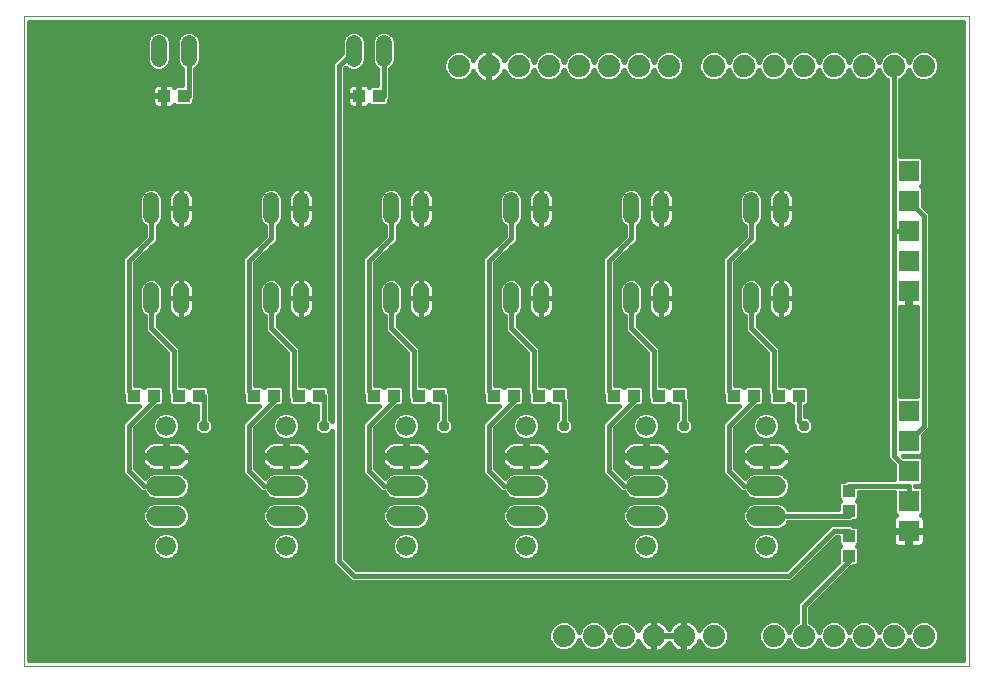
<source format=gtl>
G75*
G70*
%OFA0B0*%
%FSLAX24Y24*%
%IPPOS*%
%LPD*%
%AMOC8*
5,1,8,0,0,1.08239X$1,22.5*
%
%ADD10C,0.0000*%
%ADD11R,0.0709X0.0709*%
%ADD12C,0.0520*%
%ADD13R,0.0394X0.0433*%
%ADD14C,0.0650*%
%ADD15C,0.0660*%
%ADD16C,0.0740*%
%ADD17R,0.0433X0.0394*%
%ADD18C,0.0160*%
%ADD19OC8,0.0356*%
D10*
X002180Y000680D02*
X002180Y022334D01*
X033676Y022334D01*
X033676Y000680D01*
X002180Y000680D01*
D11*
X031680Y005180D03*
X031680Y006180D03*
X031680Y007180D03*
X031680Y008180D03*
X031680Y009164D03*
X031680Y013180D03*
X031680Y014180D03*
X031680Y015180D03*
X031680Y016180D03*
X031680Y017164D03*
D12*
X027430Y016190D02*
X027430Y015670D01*
X026430Y015670D02*
X026430Y016190D01*
X023430Y016190D02*
X023430Y015670D01*
X022430Y015670D02*
X022430Y016190D01*
X019430Y016190D02*
X019430Y015670D01*
X018430Y015670D02*
X018430Y016190D01*
X015430Y016190D02*
X015430Y015670D01*
X014430Y015670D02*
X014430Y016190D01*
X011430Y016190D02*
X011430Y015670D01*
X010430Y015670D02*
X010430Y016190D01*
X007430Y016190D02*
X007430Y015670D01*
X006430Y015670D02*
X006430Y016190D01*
X006430Y013190D02*
X006430Y012670D01*
X007430Y012670D02*
X007430Y013190D01*
X010430Y013190D02*
X010430Y012670D01*
X011430Y012670D02*
X011430Y013190D01*
X014430Y013190D02*
X014430Y012670D01*
X015430Y012670D02*
X015430Y013190D01*
X018430Y013190D02*
X018430Y012670D01*
X019430Y012670D02*
X019430Y013190D01*
X022430Y013190D02*
X022430Y012670D01*
X023430Y012670D02*
X023430Y013190D01*
X026430Y013190D02*
X026430Y012670D01*
X027430Y012670D02*
X027430Y013190D01*
X014180Y020920D02*
X014180Y021440D01*
X013180Y021440D02*
X013180Y020920D01*
X007680Y020920D02*
X007680Y021440D01*
X006680Y021440D02*
X006680Y020920D01*
D13*
X006845Y019680D03*
X007515Y019680D03*
X013345Y019680D03*
X014015Y019680D03*
X013845Y009680D03*
X014515Y009680D03*
X015345Y009680D03*
X016015Y009680D03*
X017845Y009680D03*
X018515Y009680D03*
X019345Y009680D03*
X020015Y009680D03*
X021845Y009680D03*
X022515Y009680D03*
X023345Y009680D03*
X024015Y009680D03*
X025845Y009680D03*
X026515Y009680D03*
X027345Y009680D03*
X028015Y009680D03*
X012015Y009680D03*
X011345Y009680D03*
X010515Y009680D03*
X009845Y009680D03*
X008015Y009680D03*
X007345Y009680D03*
X006515Y009680D03*
X005845Y009680D03*
D14*
X006605Y007680D02*
X007255Y007680D01*
X007255Y006680D02*
X006605Y006680D01*
X006605Y005680D02*
X007255Y005680D01*
X010605Y005680D02*
X011255Y005680D01*
X011255Y006680D02*
X010605Y006680D01*
X010605Y007680D02*
X011255Y007680D01*
X014605Y007680D02*
X015255Y007680D01*
X015255Y006680D02*
X014605Y006680D01*
X014605Y005680D02*
X015255Y005680D01*
X018605Y005680D02*
X019255Y005680D01*
X019255Y006680D02*
X018605Y006680D01*
X018605Y007680D02*
X019255Y007680D01*
X022605Y007680D02*
X023255Y007680D01*
X023255Y006680D02*
X022605Y006680D01*
X022605Y005680D02*
X023255Y005680D01*
X026605Y005680D02*
X027255Y005680D01*
X027255Y006680D02*
X026605Y006680D01*
X026605Y007680D02*
X027255Y007680D01*
D15*
X026930Y008680D03*
X022930Y008680D03*
X018930Y008680D03*
X014930Y008680D03*
X010930Y008680D03*
X006930Y008680D03*
X006930Y004680D03*
X010930Y004680D03*
X014930Y004680D03*
X018930Y004680D03*
X022930Y004680D03*
X026930Y004680D03*
D16*
X027180Y001680D03*
X028180Y001680D03*
X029180Y001680D03*
X030180Y001680D03*
X031180Y001680D03*
X032180Y001680D03*
X025180Y001680D03*
X024180Y001680D03*
X023180Y001680D03*
X022180Y001680D03*
X021180Y001680D03*
X020180Y001680D03*
X019680Y020680D03*
X018680Y020680D03*
X017680Y020680D03*
X016680Y020680D03*
X020680Y020680D03*
X021680Y020680D03*
X022680Y020680D03*
X023680Y020680D03*
X025180Y020680D03*
X026180Y020680D03*
X027180Y020680D03*
X028180Y020680D03*
X029180Y020680D03*
X030180Y020680D03*
X031180Y020680D03*
X032180Y020680D03*
D17*
X029680Y006515D03*
X029680Y005845D03*
X029680Y005015D03*
X029680Y004345D03*
D18*
X029680Y004180D01*
X028180Y002680D01*
X028180Y001680D01*
X028535Y001314D02*
X028825Y001314D01*
X028891Y001248D02*
X029079Y001170D01*
X029281Y001170D01*
X029469Y001248D01*
X029612Y001391D01*
X029680Y001554D01*
X029748Y001391D01*
X029891Y001248D01*
X030079Y001170D01*
X030281Y001170D01*
X030469Y001248D01*
X030612Y001391D01*
X030680Y001554D01*
X030748Y001391D01*
X030891Y001248D01*
X031079Y001170D01*
X031281Y001170D01*
X031469Y001248D01*
X031612Y001391D01*
X031680Y001554D01*
X031748Y001391D01*
X031891Y001248D01*
X032079Y001170D01*
X032281Y001170D01*
X032469Y001248D01*
X032612Y001391D01*
X032690Y001579D01*
X032690Y001781D01*
X032612Y001969D01*
X032469Y002112D01*
X032281Y002190D01*
X032079Y002190D01*
X031891Y002112D01*
X031748Y001969D01*
X031680Y001806D01*
X031612Y001969D01*
X031469Y002112D01*
X031281Y002190D01*
X031079Y002190D01*
X030891Y002112D01*
X030748Y001969D01*
X030680Y001806D01*
X030612Y001969D01*
X030469Y002112D01*
X030281Y002190D01*
X030079Y002190D01*
X029891Y002112D01*
X029748Y001969D01*
X029680Y001806D01*
X029612Y001969D01*
X029469Y002112D01*
X029281Y002190D01*
X029079Y002190D01*
X028891Y002112D01*
X028748Y001969D01*
X028680Y001806D01*
X028612Y001969D01*
X028469Y002112D01*
X028400Y002141D01*
X028400Y002589D01*
X029771Y003960D01*
X029820Y004009D01*
X029955Y004009D01*
X033496Y004009D01*
X033496Y004167D02*
X030037Y004167D01*
X030037Y004091D02*
X030037Y004600D01*
X029957Y004680D01*
X030037Y004760D01*
X030037Y005269D01*
X029955Y005351D01*
X029820Y005351D01*
X029771Y005400D01*
X029089Y005400D01*
X028960Y005271D01*
X027589Y003900D01*
X013271Y003900D01*
X012900Y004271D01*
X012900Y020589D01*
X012923Y020612D01*
X012953Y020581D01*
X013100Y020520D01*
X013260Y020520D01*
X013407Y020581D01*
X013519Y020693D01*
X013580Y020840D01*
X013580Y021520D01*
X013519Y021667D01*
X013407Y021779D01*
X013260Y021840D01*
X013100Y021840D01*
X012953Y021779D01*
X012841Y021667D01*
X012780Y021520D01*
X012780Y021091D01*
X012460Y020771D01*
X012460Y008850D01*
X012400Y008910D01*
X012400Y009771D01*
X012351Y009820D01*
X012351Y009955D01*
X012269Y010037D01*
X011760Y010037D01*
X011680Y009957D01*
X011600Y010037D01*
X011400Y010037D01*
X011400Y011271D01*
X011271Y011400D01*
X010650Y012021D01*
X010650Y012328D01*
X010657Y012331D01*
X010769Y012443D01*
X010830Y012590D01*
X010830Y013270D01*
X010769Y013417D01*
X010657Y013529D01*
X010510Y013590D01*
X010350Y013590D01*
X010203Y013529D01*
X010091Y013417D01*
X010030Y013270D01*
X010030Y012590D01*
X010091Y012443D01*
X010203Y012331D01*
X010210Y012328D01*
X010210Y011839D01*
X010960Y011089D01*
X010960Y009589D01*
X011009Y009540D01*
X011009Y009405D01*
X011091Y009323D01*
X011600Y009323D01*
X011680Y009403D01*
X011760Y009323D01*
X011960Y009323D01*
X011960Y008910D01*
X011862Y008812D01*
X011862Y008548D01*
X012048Y008362D01*
X012312Y008362D01*
X012460Y008510D01*
X012460Y004089D01*
X012960Y003589D01*
X013089Y003460D01*
X027771Y003460D01*
X029271Y004960D01*
X029323Y004960D01*
X029323Y004760D01*
X029403Y004680D01*
X029323Y004600D01*
X029323Y004135D01*
X028089Y002900D01*
X027960Y002771D01*
X027960Y002141D01*
X027891Y002112D01*
X027748Y001969D01*
X027680Y001806D01*
X027612Y001969D01*
X027469Y002112D01*
X027281Y002190D01*
X027079Y002190D01*
X026891Y002112D01*
X026748Y001969D01*
X026670Y001781D01*
X026670Y001579D01*
X026748Y001391D01*
X026891Y001248D01*
X027079Y001170D01*
X027281Y001170D01*
X027469Y001248D01*
X027612Y001391D01*
X027680Y001554D01*
X027748Y001391D01*
X027891Y001248D01*
X028079Y001170D01*
X028281Y001170D01*
X028469Y001248D01*
X028612Y001391D01*
X028680Y001554D01*
X028748Y001391D01*
X028891Y001248D01*
X028714Y001473D02*
X028646Y001473D01*
X028621Y001948D02*
X028739Y001948D01*
X028885Y002107D02*
X028475Y002107D01*
X028400Y002265D02*
X033496Y002265D01*
X033496Y002107D02*
X032475Y002107D01*
X032621Y001948D02*
X033496Y001948D01*
X033496Y001790D02*
X032687Y001790D01*
X032690Y001631D02*
X033496Y001631D01*
X033496Y001473D02*
X032646Y001473D01*
X032535Y001314D02*
X033496Y001314D01*
X033496Y001156D02*
X024346Y001156D01*
X024309Y001144D02*
X024391Y001170D01*
X024468Y001210D01*
X024538Y001260D01*
X024600Y001322D01*
X024650Y001392D01*
X024690Y001469D01*
X024701Y001504D01*
X024748Y001391D01*
X024891Y001248D01*
X025079Y001170D01*
X025281Y001170D01*
X025469Y001248D01*
X025612Y001391D01*
X025690Y001579D01*
X025690Y001781D01*
X025612Y001969D01*
X025469Y002112D01*
X025281Y002190D01*
X025079Y002190D01*
X024891Y002112D01*
X024748Y001969D01*
X024701Y001856D01*
X024690Y001891D01*
X024650Y001968D01*
X024600Y002038D01*
X024538Y002100D01*
X024468Y002150D01*
X024391Y002190D01*
X024309Y002216D01*
X024223Y002230D01*
X024200Y002230D01*
X024200Y001700D01*
X024160Y001700D01*
X024160Y002230D01*
X024137Y002230D01*
X024051Y002216D01*
X023969Y002190D01*
X023892Y002150D01*
X023822Y002100D01*
X023760Y002038D01*
X023710Y001968D01*
X023680Y001910D01*
X023650Y001968D01*
X023600Y002038D01*
X023538Y002100D01*
X023468Y002150D01*
X023391Y002190D01*
X023309Y002216D01*
X023223Y002230D01*
X023200Y002230D01*
X023200Y001700D01*
X023160Y001700D01*
X023160Y002230D01*
X023137Y002230D01*
X023051Y002216D01*
X022969Y002190D01*
X022892Y002150D01*
X022822Y002100D01*
X022760Y002038D01*
X022710Y001968D01*
X022670Y001891D01*
X022659Y001856D01*
X022612Y001969D01*
X022469Y002112D01*
X022281Y002190D01*
X022079Y002190D01*
X021891Y002112D01*
X021748Y001969D01*
X021680Y001806D01*
X021612Y001969D01*
X021469Y002112D01*
X021281Y002190D01*
X021079Y002190D01*
X020891Y002112D01*
X020748Y001969D01*
X020680Y001806D01*
X020612Y001969D01*
X020469Y002112D01*
X020281Y002190D01*
X020079Y002190D01*
X019891Y002112D01*
X019748Y001969D01*
X019670Y001781D01*
X019670Y001579D01*
X019748Y001391D01*
X019891Y001248D01*
X020079Y001170D01*
X020281Y001170D01*
X020469Y001248D01*
X020612Y001391D01*
X020680Y001554D01*
X020748Y001391D01*
X020891Y001248D01*
X021079Y001170D01*
X021281Y001170D01*
X021469Y001248D01*
X021612Y001391D01*
X021680Y001554D01*
X021748Y001391D01*
X021891Y001248D01*
X022079Y001170D01*
X022281Y001170D01*
X022469Y001248D01*
X022612Y001391D01*
X022659Y001504D01*
X022670Y001469D01*
X022710Y001392D01*
X022760Y001322D01*
X022822Y001260D01*
X022892Y001210D01*
X022969Y001170D01*
X023051Y001144D01*
X023137Y001130D01*
X023160Y001130D01*
X023160Y001660D01*
X023200Y001660D01*
X023200Y001700D01*
X024160Y001700D01*
X024160Y001660D01*
X024200Y001660D01*
X024200Y001130D01*
X024223Y001130D01*
X024309Y001144D01*
X024200Y001156D02*
X024160Y001156D01*
X024160Y001130D02*
X024160Y001660D01*
X023630Y001660D01*
X023200Y001660D01*
X023200Y001130D01*
X023223Y001130D01*
X023309Y001144D01*
X023391Y001170D01*
X023468Y001210D01*
X023538Y001260D01*
X023600Y001322D01*
X023650Y001392D01*
X023680Y001450D01*
X023710Y001392D01*
X023760Y001322D01*
X023822Y001260D01*
X023892Y001210D01*
X023969Y001170D01*
X024051Y001144D01*
X024137Y001130D01*
X024160Y001130D01*
X024014Y001156D02*
X023346Y001156D01*
X023200Y001156D02*
X023160Y001156D01*
X023014Y001156D02*
X002360Y001156D01*
X002360Y001314D02*
X019825Y001314D01*
X019714Y001473D02*
X002360Y001473D01*
X002360Y001631D02*
X019670Y001631D01*
X019673Y001790D02*
X002360Y001790D01*
X002360Y001948D02*
X019739Y001948D01*
X019885Y002107D02*
X002360Y002107D01*
X002360Y002265D02*
X027960Y002265D01*
X027960Y002424D02*
X002360Y002424D01*
X002360Y002582D02*
X027960Y002582D01*
X027960Y002741D02*
X002360Y002741D01*
X002360Y002899D02*
X028088Y002899D01*
X028246Y003058D02*
X002360Y003058D01*
X002360Y003216D02*
X028405Y003216D01*
X028563Y003375D02*
X002360Y003375D01*
X002360Y003533D02*
X013016Y003533D01*
X013180Y003680D02*
X027680Y003680D01*
X029180Y005180D01*
X029680Y005180D01*
X029680Y005015D01*
X030037Y004960D02*
X031146Y004960D01*
X031146Y005118D02*
X030037Y005118D01*
X030030Y005277D02*
X031146Y005277D01*
X031146Y005218D02*
X031642Y005218D01*
X031642Y005142D01*
X031718Y005142D01*
X031718Y005218D01*
X032214Y005218D01*
X032214Y005558D01*
X032202Y005604D01*
X032178Y005645D01*
X032145Y005678D01*
X032107Y005700D01*
X032174Y005768D01*
X032174Y006592D01*
X032092Y006674D01*
X031900Y006674D01*
X031900Y006686D01*
X032092Y006686D01*
X032174Y006768D01*
X032174Y007592D01*
X032092Y007674D01*
X031497Y007674D01*
X031485Y007686D01*
X032092Y007686D01*
X032174Y007768D01*
X032174Y008363D01*
X032400Y008589D01*
X032400Y015771D01*
X032271Y015900D01*
X032174Y015997D01*
X032174Y016592D01*
X032095Y016672D01*
X032174Y016752D01*
X032174Y017577D01*
X032092Y017659D01*
X031400Y017659D01*
X031400Y020219D01*
X031469Y020248D01*
X031612Y020391D01*
X031680Y020554D01*
X031748Y020391D01*
X031891Y020248D01*
X032079Y020170D01*
X032281Y020170D01*
X032469Y020248D01*
X032612Y020391D01*
X032690Y020579D01*
X032690Y020781D01*
X032612Y020969D01*
X032469Y021112D01*
X032281Y021190D01*
X032079Y021190D01*
X031891Y021112D01*
X031748Y020969D01*
X031680Y020806D01*
X031612Y020969D01*
X031469Y021112D01*
X031281Y021190D01*
X031079Y021190D01*
X030891Y021112D01*
X030748Y020969D01*
X030680Y020806D01*
X030612Y020969D01*
X030469Y021112D01*
X030281Y021190D01*
X030079Y021190D01*
X029891Y021112D01*
X029748Y020969D01*
X029680Y020806D01*
X029612Y020969D01*
X029469Y021112D01*
X029281Y021190D01*
X029079Y021190D01*
X028891Y021112D01*
X028748Y020969D01*
X028680Y020806D01*
X028612Y020969D01*
X028469Y021112D01*
X028281Y021190D01*
X028079Y021190D01*
X027891Y021112D01*
X027748Y020969D01*
X027680Y020806D01*
X027612Y020969D01*
X027469Y021112D01*
X027281Y021190D01*
X027079Y021190D01*
X026891Y021112D01*
X026748Y020969D01*
X026680Y020806D01*
X026612Y020969D01*
X026469Y021112D01*
X026281Y021190D01*
X026079Y021190D01*
X025891Y021112D01*
X025748Y020969D01*
X025680Y020806D01*
X025612Y020969D01*
X025469Y021112D01*
X025281Y021190D01*
X025079Y021190D01*
X024891Y021112D01*
X024748Y020969D01*
X024670Y020781D01*
X024670Y020579D01*
X024748Y020391D01*
X024891Y020248D01*
X025079Y020170D01*
X025281Y020170D01*
X025469Y020248D01*
X025612Y020391D01*
X025680Y020554D01*
X025748Y020391D01*
X025891Y020248D01*
X026079Y020170D01*
X026281Y020170D01*
X026469Y020248D01*
X026612Y020391D01*
X026680Y020554D01*
X026748Y020391D01*
X026891Y020248D01*
X027079Y020170D01*
X027281Y020170D01*
X027469Y020248D01*
X027612Y020391D01*
X027680Y020554D01*
X027748Y020391D01*
X027891Y020248D01*
X028079Y020170D01*
X028281Y020170D01*
X028469Y020248D01*
X028612Y020391D01*
X028680Y020554D01*
X028748Y020391D01*
X028891Y020248D01*
X029079Y020170D01*
X029281Y020170D01*
X029469Y020248D01*
X029612Y020391D01*
X029680Y020554D01*
X029748Y020391D01*
X029891Y020248D01*
X030079Y020170D01*
X030281Y020170D01*
X030469Y020248D01*
X030612Y020391D01*
X030680Y020554D01*
X030748Y020391D01*
X030891Y020248D01*
X030960Y020219D01*
X030960Y007589D01*
X031089Y007460D01*
X031186Y007363D01*
X031186Y006900D01*
X029589Y006900D01*
X029540Y006851D01*
X029405Y006851D01*
X029323Y006769D01*
X029323Y006260D01*
X029403Y006180D01*
X029323Y006100D01*
X029323Y005900D01*
X027667Y005900D01*
X027649Y005943D01*
X027518Y006074D01*
X027347Y006145D01*
X026513Y006145D01*
X026342Y006074D01*
X026211Y005943D01*
X026140Y005772D01*
X026140Y005588D01*
X026211Y005417D01*
X026342Y005286D01*
X026513Y005215D01*
X027347Y005215D01*
X027518Y005286D01*
X027649Y005417D01*
X027667Y005460D01*
X029771Y005460D01*
X029820Y005509D01*
X029955Y005509D01*
X030037Y005591D01*
X030037Y006100D01*
X029957Y006180D01*
X030037Y006260D01*
X030037Y006460D01*
X031186Y006460D01*
X031186Y005768D01*
X031253Y005700D01*
X031215Y005678D01*
X031182Y005645D01*
X031158Y005604D01*
X031146Y005558D01*
X031146Y005218D01*
X031146Y005142D02*
X031146Y004802D01*
X031158Y004756D01*
X031182Y004715D01*
X031215Y004682D01*
X031256Y004658D01*
X031302Y004646D01*
X031642Y004646D01*
X031642Y005142D01*
X031146Y005142D01*
X031146Y005435D02*
X027656Y005435D01*
X027495Y005277D02*
X028965Y005277D01*
X028807Y005118D02*
X027101Y005118D01*
X027023Y005150D02*
X026837Y005150D01*
X026664Y005078D01*
X026532Y004946D01*
X026460Y004773D01*
X026460Y004587D01*
X026532Y004414D01*
X026664Y004282D01*
X026837Y004210D01*
X027023Y004210D01*
X027196Y004282D01*
X027328Y004414D01*
X027400Y004587D01*
X027400Y004773D01*
X027328Y004946D01*
X027196Y005078D01*
X027023Y005150D01*
X026759Y005118D02*
X023101Y005118D01*
X023023Y005150D02*
X022837Y005150D01*
X022664Y005078D01*
X022532Y004946D01*
X022460Y004773D01*
X022460Y004587D01*
X022532Y004414D01*
X022664Y004282D01*
X022837Y004210D01*
X023023Y004210D01*
X023196Y004282D01*
X023328Y004414D01*
X023400Y004587D01*
X023400Y004773D01*
X023328Y004946D01*
X023196Y005078D01*
X023023Y005150D01*
X022759Y005118D02*
X019101Y005118D01*
X019023Y005150D02*
X018837Y005150D01*
X018664Y005078D01*
X018532Y004946D01*
X018460Y004773D01*
X018460Y004587D01*
X018532Y004414D01*
X018664Y004282D01*
X018837Y004210D01*
X019023Y004210D01*
X019196Y004282D01*
X019328Y004414D01*
X019400Y004587D01*
X019400Y004773D01*
X019328Y004946D01*
X019196Y005078D01*
X019023Y005150D01*
X018759Y005118D02*
X015101Y005118D01*
X015023Y005150D02*
X014837Y005150D01*
X014664Y005078D01*
X014532Y004946D01*
X014460Y004773D01*
X014460Y004587D01*
X014532Y004414D01*
X014664Y004282D01*
X014837Y004210D01*
X015023Y004210D01*
X015196Y004282D01*
X015328Y004414D01*
X015400Y004587D01*
X015400Y004773D01*
X015328Y004946D01*
X015196Y005078D01*
X015023Y005150D01*
X014759Y005118D02*
X012900Y005118D01*
X012900Y004960D02*
X014545Y004960D01*
X014471Y004801D02*
X012900Y004801D01*
X012900Y004643D02*
X014460Y004643D01*
X014502Y004484D02*
X012900Y004484D01*
X012900Y004326D02*
X014620Y004326D01*
X015240Y004326D02*
X018620Y004326D01*
X018502Y004484D02*
X015358Y004484D01*
X015400Y004643D02*
X018460Y004643D01*
X018471Y004801D02*
X015389Y004801D01*
X015315Y004960D02*
X018545Y004960D01*
X018513Y005215D02*
X018342Y005286D01*
X018211Y005417D01*
X018140Y005588D01*
X018140Y005772D01*
X018211Y005943D01*
X018342Y006074D01*
X018513Y006145D01*
X019347Y006145D01*
X019518Y006074D01*
X019649Y005943D01*
X019720Y005772D01*
X019720Y005588D01*
X019649Y005417D01*
X019518Y005286D01*
X019347Y005215D01*
X018513Y005215D01*
X018365Y005277D02*
X015495Y005277D01*
X015518Y005286D02*
X015649Y005417D01*
X015720Y005588D01*
X015720Y005772D01*
X015649Y005943D01*
X015518Y006074D01*
X015347Y006145D01*
X014513Y006145D01*
X014342Y006074D01*
X014211Y005943D01*
X014140Y005772D01*
X014140Y005588D01*
X014211Y005417D01*
X014342Y005286D01*
X014513Y005215D01*
X015347Y005215D01*
X015518Y005286D01*
X015656Y005435D02*
X018204Y005435D01*
X018140Y005594D02*
X015720Y005594D01*
X015720Y005752D02*
X018140Y005752D01*
X018198Y005911D02*
X015662Y005911D01*
X015523Y006069D02*
X018337Y006069D01*
X018483Y006228D02*
X015377Y006228D01*
X015347Y006215D02*
X015518Y006286D01*
X015649Y006417D01*
X015720Y006588D01*
X015720Y006772D01*
X015649Y006943D01*
X015518Y007074D01*
X015347Y007145D01*
X014513Y007145D01*
X014342Y007074D01*
X014219Y006952D01*
X013900Y007271D01*
X013900Y008589D01*
X014635Y009323D01*
X014769Y009323D01*
X014851Y009405D01*
X014851Y009955D01*
X014769Y010037D01*
X014260Y010037D01*
X014180Y009957D01*
X014100Y010037D01*
X013900Y010037D01*
X013900Y014089D01*
X014650Y014839D01*
X014650Y015328D01*
X014657Y015331D01*
X014769Y015443D01*
X014830Y015590D01*
X014830Y016270D01*
X014769Y016417D01*
X014657Y016529D01*
X014510Y016590D01*
X014350Y016590D01*
X014203Y016529D01*
X014091Y016417D01*
X014030Y016270D01*
X014030Y015590D01*
X014091Y015443D01*
X014203Y015331D01*
X014210Y015328D01*
X014210Y015021D01*
X013589Y014400D01*
X013460Y014271D01*
X013460Y009754D01*
X013509Y009706D01*
X013509Y009405D01*
X013591Y009323D01*
X014012Y009323D01*
X013589Y008900D01*
X013460Y008771D01*
X013460Y007089D01*
X013960Y006589D01*
X014089Y006460D01*
X014193Y006460D01*
X014211Y006417D01*
X014342Y006286D01*
X014513Y006215D01*
X015347Y006215D01*
X015618Y006386D02*
X018242Y006386D01*
X018211Y006417D02*
X018342Y006286D01*
X018513Y006215D01*
X019347Y006215D01*
X019518Y006286D01*
X019649Y006417D01*
X019720Y006588D01*
X019720Y006772D01*
X019649Y006943D01*
X019518Y007074D01*
X019347Y007145D01*
X018513Y007145D01*
X018342Y007074D01*
X018219Y006952D01*
X017900Y007271D01*
X017900Y008589D01*
X018635Y009323D01*
X018769Y009323D01*
X018851Y009405D01*
X018851Y009955D01*
X018769Y010037D01*
X018260Y010037D01*
X018180Y009957D01*
X018100Y010037D01*
X017900Y010037D01*
X017900Y014089D01*
X018650Y014839D01*
X018650Y015328D01*
X018657Y015331D01*
X018769Y015443D01*
X018830Y015590D01*
X018830Y016270D01*
X018769Y016417D01*
X018657Y016529D01*
X018510Y016590D01*
X018350Y016590D01*
X018203Y016529D01*
X018091Y016417D01*
X018030Y016270D01*
X018030Y015590D01*
X018091Y015443D01*
X018203Y015331D01*
X018210Y015328D01*
X018210Y015021D01*
X017589Y014400D01*
X017460Y014271D01*
X017460Y009754D01*
X017509Y009706D01*
X017509Y009405D01*
X017591Y009323D01*
X018012Y009323D01*
X017589Y008900D01*
X017460Y008771D01*
X017460Y007089D01*
X017960Y006589D01*
X018089Y006460D01*
X018193Y006460D01*
X018211Y006417D01*
X018004Y006545D02*
X015702Y006545D01*
X015720Y006703D02*
X017846Y006703D01*
X017687Y006862D02*
X015683Y006862D01*
X015572Y007020D02*
X017529Y007020D01*
X017460Y007179D02*
X015315Y007179D01*
X015295Y007175D02*
X015373Y007188D01*
X015449Y007212D01*
X015519Y007248D01*
X015584Y007295D01*
X015640Y007351D01*
X015687Y007415D01*
X015723Y007486D01*
X015747Y007562D01*
X015760Y007640D01*
X015760Y007652D01*
X014958Y007652D01*
X014958Y007708D01*
X014902Y007708D01*
X014902Y008185D01*
X014565Y008185D01*
X014487Y008172D01*
X014411Y008148D01*
X014341Y008112D01*
X014276Y008065D01*
X014220Y008009D01*
X014173Y007945D01*
X014137Y007874D01*
X014113Y007798D01*
X014100Y007720D01*
X014100Y007708D01*
X014902Y007708D01*
X014902Y007652D01*
X014958Y007652D01*
X014958Y007175D01*
X015295Y007175D01*
X014958Y007179D02*
X014902Y007179D01*
X014902Y007175D02*
X014902Y007652D01*
X014100Y007652D01*
X014100Y007640D01*
X014113Y007562D01*
X014137Y007486D01*
X014173Y007415D01*
X014220Y007351D01*
X014276Y007295D01*
X014341Y007248D01*
X014411Y007212D01*
X014487Y007188D01*
X014565Y007175D01*
X014902Y007175D01*
X014902Y007337D02*
X014958Y007337D01*
X014958Y007496D02*
X014902Y007496D01*
X014902Y007654D02*
X013900Y007654D01*
X013900Y007496D02*
X014134Y007496D01*
X014234Y007337D02*
X013900Y007337D01*
X013993Y007179D02*
X014545Y007179D01*
X014288Y007020D02*
X014151Y007020D01*
X014180Y006680D02*
X013680Y007180D01*
X013680Y008680D01*
X014515Y009515D01*
X014515Y009680D01*
X014851Y009715D02*
X014960Y009715D01*
X014960Y009589D02*
X015009Y009540D01*
X015009Y009405D01*
X015091Y009323D01*
X015600Y009323D01*
X015680Y009403D01*
X015760Y009323D01*
X015960Y009323D01*
X015960Y008910D01*
X015862Y008812D01*
X015862Y008548D01*
X016048Y008362D01*
X016312Y008362D01*
X016498Y008548D01*
X016498Y008812D01*
X016400Y008910D01*
X016400Y009771D01*
X016351Y009820D01*
X016351Y009955D01*
X016269Y010037D01*
X015760Y010037D01*
X015680Y009957D01*
X015600Y010037D01*
X015400Y010037D01*
X015400Y011271D01*
X014650Y012021D01*
X014650Y012328D01*
X014657Y012331D01*
X014769Y012443D01*
X014830Y012590D01*
X014830Y013270D01*
X014769Y013417D01*
X014657Y013529D01*
X014510Y013590D01*
X014350Y013590D01*
X014203Y013529D01*
X014091Y013417D01*
X014030Y013270D01*
X014030Y012590D01*
X014091Y012443D01*
X014203Y012331D01*
X014210Y012328D01*
X014210Y011839D01*
X014960Y011089D01*
X014960Y009589D01*
X014993Y009556D02*
X014851Y009556D01*
X014844Y009398D02*
X015016Y009398D01*
X015023Y009150D02*
X014837Y009150D01*
X014664Y009078D01*
X014532Y008946D01*
X014460Y008773D01*
X014460Y008587D01*
X014532Y008414D01*
X014664Y008282D01*
X014837Y008210D01*
X015023Y008210D01*
X015196Y008282D01*
X015328Y008414D01*
X015400Y008587D01*
X015400Y008773D01*
X015328Y008946D01*
X015196Y009078D01*
X015023Y009150D01*
X015191Y009081D02*
X015960Y009081D01*
X015960Y009239D02*
X014550Y009239D01*
X014669Y009081D02*
X014392Y009081D01*
X014522Y008922D02*
X014233Y008922D01*
X014075Y008764D02*
X014460Y008764D01*
X014460Y008605D02*
X013916Y008605D01*
X013900Y008447D02*
X014518Y008447D01*
X014657Y008288D02*
X013900Y008288D01*
X013900Y008130D02*
X014375Y008130D01*
X014193Y007971D02*
X013900Y007971D01*
X013900Y007813D02*
X014117Y007813D01*
X013460Y007813D02*
X012900Y007813D01*
X012900Y007971D02*
X013460Y007971D01*
X013460Y008130D02*
X012900Y008130D01*
X012900Y008288D02*
X013460Y008288D01*
X013460Y008447D02*
X012900Y008447D01*
X012900Y008605D02*
X013460Y008605D01*
X013460Y008764D02*
X012900Y008764D01*
X012900Y008922D02*
X013611Y008922D01*
X013769Y009081D02*
X012900Y009081D01*
X012900Y009239D02*
X013928Y009239D01*
X013516Y009398D02*
X012900Y009398D01*
X012900Y009556D02*
X013509Y009556D01*
X013500Y009715D02*
X012900Y009715D01*
X012900Y009873D02*
X013460Y009873D01*
X013460Y010032D02*
X012900Y010032D01*
X012900Y010190D02*
X013460Y010190D01*
X013460Y010349D02*
X012900Y010349D01*
X012900Y010507D02*
X013460Y010507D01*
X013460Y010666D02*
X012900Y010666D01*
X012900Y010824D02*
X013460Y010824D01*
X013460Y010983D02*
X012900Y010983D01*
X012900Y011141D02*
X013460Y011141D01*
X013460Y011300D02*
X012900Y011300D01*
X012900Y011458D02*
X013460Y011458D01*
X013460Y011617D02*
X012900Y011617D01*
X012900Y011775D02*
X013460Y011775D01*
X013460Y011934D02*
X012900Y011934D01*
X012900Y012092D02*
X013460Y012092D01*
X013460Y012251D02*
X012900Y012251D01*
X012900Y012409D02*
X013460Y012409D01*
X013460Y012568D02*
X012900Y012568D01*
X012900Y012726D02*
X013460Y012726D01*
X013460Y012885D02*
X012900Y012885D01*
X012900Y013043D02*
X013460Y013043D01*
X013460Y013202D02*
X012900Y013202D01*
X012900Y013360D02*
X013460Y013360D01*
X013460Y013519D02*
X012900Y013519D01*
X012900Y013677D02*
X013460Y013677D01*
X013460Y013836D02*
X012900Y013836D01*
X012900Y013994D02*
X013460Y013994D01*
X013460Y014153D02*
X012900Y014153D01*
X012900Y014311D02*
X013500Y014311D01*
X013680Y014180D02*
X013680Y009845D01*
X013845Y009680D01*
X014105Y010032D02*
X014255Y010032D01*
X013900Y010190D02*
X014960Y010190D01*
X014960Y010032D02*
X014775Y010032D01*
X014851Y009873D02*
X014960Y009873D01*
X015180Y009680D02*
X015345Y009680D01*
X015180Y009680D02*
X015180Y011180D01*
X014430Y011930D01*
X014430Y012930D01*
X014830Y012885D02*
X014990Y012885D01*
X014990Y012930D02*
X014990Y012635D01*
X015001Y012567D01*
X015022Y012501D01*
X015054Y012439D01*
X015094Y012383D01*
X015143Y012334D01*
X015199Y012294D01*
X015261Y012262D01*
X015327Y012241D01*
X015395Y012230D01*
X015430Y012230D01*
X015465Y012230D01*
X015533Y012241D01*
X015599Y012262D01*
X015661Y012294D01*
X015717Y012334D01*
X015766Y012383D01*
X015806Y012439D01*
X015838Y012501D01*
X015859Y012567D01*
X015870Y012635D01*
X015870Y012930D01*
X015870Y013225D01*
X015859Y013293D01*
X015838Y013359D01*
X015806Y013421D01*
X015766Y013477D01*
X015717Y013526D01*
X015661Y013566D01*
X015599Y013598D01*
X015533Y013619D01*
X015465Y013630D01*
X015430Y013630D01*
X015430Y012930D01*
X015870Y012930D01*
X015430Y012930D01*
X015430Y012930D01*
X015430Y012930D01*
X015430Y012230D01*
X015430Y012930D01*
X015430Y012930D01*
X015430Y012930D01*
X014990Y012930D01*
X014990Y013225D01*
X015001Y013293D01*
X015022Y013359D01*
X015054Y013421D01*
X015094Y013477D01*
X015143Y013526D01*
X015199Y013566D01*
X015261Y013598D01*
X015327Y013619D01*
X015395Y013630D01*
X015430Y013630D01*
X015430Y012930D01*
X014990Y012930D01*
X014990Y013043D02*
X014830Y013043D01*
X014830Y013202D02*
X014990Y013202D01*
X015023Y013360D02*
X014793Y013360D01*
X014667Y013519D02*
X015136Y013519D01*
X015430Y013519D02*
X015430Y013519D01*
X015430Y013360D02*
X015430Y013360D01*
X015430Y013202D02*
X015430Y013202D01*
X015430Y013043D02*
X015430Y013043D01*
X015430Y012885D02*
X015430Y012885D01*
X015430Y012726D02*
X015430Y012726D01*
X015430Y012568D02*
X015430Y012568D01*
X015430Y012409D02*
X015430Y012409D01*
X015430Y012251D02*
X015430Y012251D01*
X015563Y012251D02*
X017460Y012251D01*
X017460Y012409D02*
X015784Y012409D01*
X015859Y012568D02*
X017460Y012568D01*
X017460Y012726D02*
X015870Y012726D01*
X015870Y012885D02*
X017460Y012885D01*
X017460Y013043D02*
X015870Y013043D01*
X015870Y013202D02*
X017460Y013202D01*
X017460Y013360D02*
X015837Y013360D01*
X015724Y013519D02*
X017460Y013519D01*
X017460Y013677D02*
X013900Y013677D01*
X013900Y013519D02*
X014193Y013519D01*
X014067Y013360D02*
X013900Y013360D01*
X013900Y013202D02*
X014030Y013202D01*
X014030Y013043D02*
X013900Y013043D01*
X013900Y012885D02*
X014030Y012885D01*
X014030Y012726D02*
X013900Y012726D01*
X013900Y012568D02*
X014039Y012568D01*
X014125Y012409D02*
X013900Y012409D01*
X013900Y012251D02*
X014210Y012251D01*
X014210Y012092D02*
X013900Y012092D01*
X013900Y011934D02*
X014210Y011934D01*
X014274Y011775D02*
X013900Y011775D01*
X013900Y011617D02*
X014432Y011617D01*
X014591Y011458D02*
X013900Y011458D01*
X013900Y011300D02*
X014749Y011300D01*
X014908Y011141D02*
X013900Y011141D01*
X013900Y010983D02*
X014960Y010983D01*
X014960Y010824D02*
X013900Y010824D01*
X013900Y010666D02*
X014960Y010666D01*
X014960Y010507D02*
X013900Y010507D01*
X013900Y010349D02*
X014960Y010349D01*
X015400Y010349D02*
X017460Y010349D01*
X017460Y010507D02*
X015400Y010507D01*
X015400Y010666D02*
X017460Y010666D01*
X017460Y010824D02*
X015400Y010824D01*
X015400Y010983D02*
X017460Y010983D01*
X017460Y011141D02*
X015400Y011141D01*
X015372Y011300D02*
X017460Y011300D01*
X017460Y011458D02*
X015213Y011458D01*
X015055Y011617D02*
X017460Y011617D01*
X017460Y011775D02*
X014896Y011775D01*
X014738Y011934D02*
X017460Y011934D01*
X017460Y012092D02*
X014650Y012092D01*
X014650Y012251D02*
X015297Y012251D01*
X015076Y012409D02*
X014735Y012409D01*
X014821Y012568D02*
X015001Y012568D01*
X014990Y012726D02*
X014830Y012726D01*
X013900Y013836D02*
X017460Y013836D01*
X017460Y013994D02*
X013900Y013994D01*
X013964Y014153D02*
X017460Y014153D01*
X017500Y014311D02*
X014122Y014311D01*
X014281Y014470D02*
X017658Y014470D01*
X017817Y014628D02*
X014439Y014628D01*
X014598Y014787D02*
X017975Y014787D01*
X018134Y014945D02*
X014650Y014945D01*
X014650Y015104D02*
X018210Y015104D01*
X018210Y015262D02*
X015598Y015262D01*
X015599Y015262D02*
X015661Y015294D01*
X015717Y015334D01*
X015766Y015383D01*
X015806Y015439D01*
X015838Y015501D01*
X015859Y015567D01*
X015870Y015635D01*
X015870Y015930D01*
X015870Y016225D01*
X015859Y016293D01*
X015838Y016359D01*
X015806Y016421D01*
X015766Y016477D01*
X015717Y016526D01*
X015661Y016566D01*
X015599Y016598D01*
X015533Y016619D01*
X015465Y016630D01*
X015430Y016630D01*
X015430Y015930D01*
X015870Y015930D01*
X015430Y015930D01*
X015430Y015930D01*
X015430Y015930D01*
X015430Y015230D01*
X015465Y015230D01*
X015533Y015241D01*
X015599Y015262D01*
X015430Y015262D02*
X015430Y015262D01*
X015430Y015230D02*
X015430Y015930D01*
X015430Y015930D01*
X015430Y015930D01*
X014990Y015930D01*
X014990Y016225D01*
X015001Y016293D01*
X015022Y016359D01*
X015054Y016421D01*
X015094Y016477D01*
X015143Y016526D01*
X015199Y016566D01*
X015261Y016598D01*
X015327Y016619D01*
X015395Y016630D01*
X015430Y016630D01*
X015430Y015930D01*
X014990Y015930D01*
X014990Y015635D01*
X015001Y015567D01*
X015022Y015501D01*
X015054Y015439D01*
X015094Y015383D01*
X015143Y015334D01*
X015199Y015294D01*
X015261Y015262D01*
X015327Y015241D01*
X015395Y015230D01*
X015430Y015230D01*
X015262Y015262D02*
X014650Y015262D01*
X014746Y015421D02*
X015067Y015421D01*
X014999Y015579D02*
X014825Y015579D01*
X014830Y015738D02*
X014990Y015738D01*
X014990Y015896D02*
X014830Y015896D01*
X014830Y016055D02*
X014990Y016055D01*
X014990Y016213D02*
X014830Y016213D01*
X014788Y016372D02*
X015029Y016372D01*
X015149Y016530D02*
X014654Y016530D01*
X014206Y016530D02*
X012900Y016530D01*
X012900Y016372D02*
X014072Y016372D01*
X014030Y016213D02*
X012900Y016213D01*
X012900Y016055D02*
X014030Y016055D01*
X014030Y015896D02*
X012900Y015896D01*
X012900Y015738D02*
X014030Y015738D01*
X014035Y015579D02*
X012900Y015579D01*
X012900Y015421D02*
X014114Y015421D01*
X014210Y015262D02*
X012900Y015262D01*
X012900Y015104D02*
X014210Y015104D01*
X014134Y014945D02*
X012900Y014945D01*
X012900Y014787D02*
X013975Y014787D01*
X013817Y014628D02*
X012900Y014628D01*
X012900Y014470D02*
X013658Y014470D01*
X013680Y014180D02*
X014430Y014930D01*
X014430Y015930D01*
X015430Y015896D02*
X015430Y015896D01*
X015430Y015738D02*
X015430Y015738D01*
X015430Y015579D02*
X015430Y015579D01*
X015430Y015421D02*
X015430Y015421D01*
X015793Y015421D02*
X018114Y015421D01*
X018035Y015579D02*
X015861Y015579D01*
X015870Y015738D02*
X018030Y015738D01*
X018030Y015896D02*
X015870Y015896D01*
X015870Y016055D02*
X018030Y016055D01*
X018030Y016213D02*
X015870Y016213D01*
X015831Y016372D02*
X018072Y016372D01*
X018206Y016530D02*
X015711Y016530D01*
X015430Y016530D02*
X015430Y016530D01*
X015430Y016372D02*
X015430Y016372D01*
X015430Y016213D02*
X015430Y016213D01*
X015430Y016055D02*
X015430Y016055D01*
X012900Y016689D02*
X030960Y016689D01*
X030960Y016847D02*
X012900Y016847D01*
X012900Y017006D02*
X030960Y017006D01*
X030960Y017164D02*
X012900Y017164D01*
X012900Y017323D02*
X030960Y017323D01*
X030960Y017481D02*
X012900Y017481D01*
X012900Y017640D02*
X030960Y017640D01*
X030960Y017798D02*
X012900Y017798D01*
X012900Y017957D02*
X030960Y017957D01*
X030960Y018115D02*
X012900Y018115D01*
X012900Y018274D02*
X030960Y018274D01*
X030960Y018432D02*
X012900Y018432D01*
X012900Y018591D02*
X030960Y018591D01*
X030960Y018749D02*
X012900Y018749D01*
X012900Y018908D02*
X030960Y018908D01*
X030960Y019066D02*
X012900Y019066D01*
X012900Y019225D02*
X030960Y019225D01*
X030960Y019383D02*
X014329Y019383D01*
X014351Y019405D02*
X014351Y019540D01*
X014400Y019589D01*
X014400Y020578D01*
X014407Y020581D01*
X014519Y020693D01*
X014580Y020840D01*
X014580Y021520D01*
X014519Y021667D01*
X014407Y021779D01*
X014260Y021840D01*
X014100Y021840D01*
X013953Y021779D01*
X013841Y021667D01*
X013780Y021520D01*
X013780Y020840D01*
X013841Y020693D01*
X013953Y020581D01*
X013960Y020578D01*
X013960Y020037D01*
X013760Y020037D01*
X013702Y019979D01*
X013686Y020007D01*
X013653Y020041D01*
X013612Y020064D01*
X013566Y020077D01*
X013364Y020077D01*
X013364Y019698D01*
X013327Y019698D01*
X013327Y019662D01*
X012969Y019662D01*
X012969Y019440D01*
X012981Y019394D01*
X013004Y019353D01*
X013038Y019319D01*
X013079Y019296D01*
X013125Y019283D01*
X013327Y019283D01*
X013327Y019662D01*
X013364Y019662D01*
X013364Y019283D01*
X013566Y019283D01*
X013612Y019296D01*
X013653Y019319D01*
X013686Y019353D01*
X013702Y019381D01*
X013760Y019323D01*
X014269Y019323D01*
X014351Y019405D01*
X014353Y019542D02*
X030960Y019542D01*
X030960Y019700D02*
X014400Y019700D01*
X014400Y019859D02*
X030960Y019859D01*
X030960Y020017D02*
X014400Y020017D01*
X014400Y020176D02*
X016565Y020176D01*
X016579Y020170D02*
X016781Y020170D01*
X016969Y020248D01*
X017112Y020391D01*
X017159Y020504D01*
X017170Y020469D01*
X017210Y020392D01*
X017260Y020322D01*
X017322Y020260D01*
X017392Y020210D01*
X017469Y020170D01*
X017551Y020144D01*
X017637Y020130D01*
X017660Y020130D01*
X017660Y020660D01*
X017700Y020660D01*
X017700Y020130D01*
X017723Y020130D01*
X017809Y020144D01*
X017891Y020170D01*
X017968Y020210D01*
X018038Y020260D01*
X018100Y020322D01*
X018150Y020392D01*
X018190Y020469D01*
X018201Y020504D01*
X018248Y020391D01*
X018391Y020248D01*
X018579Y020170D01*
X018781Y020170D01*
X018969Y020248D01*
X019112Y020391D01*
X019180Y020554D01*
X019248Y020391D01*
X019391Y020248D01*
X019579Y020170D01*
X019781Y020170D01*
X019969Y020248D01*
X020112Y020391D01*
X020180Y020554D01*
X020248Y020391D01*
X020391Y020248D01*
X020579Y020170D01*
X020781Y020170D01*
X020969Y020248D01*
X021112Y020391D01*
X021180Y020554D01*
X021248Y020391D01*
X021391Y020248D01*
X021579Y020170D01*
X021781Y020170D01*
X021969Y020248D01*
X022112Y020391D01*
X022180Y020554D01*
X022248Y020391D01*
X022391Y020248D01*
X022579Y020170D01*
X022781Y020170D01*
X022969Y020248D01*
X023112Y020391D01*
X023180Y020554D01*
X023248Y020391D01*
X023391Y020248D01*
X023579Y020170D01*
X023781Y020170D01*
X023969Y020248D01*
X024112Y020391D01*
X024190Y020579D01*
X024190Y020781D01*
X024112Y020969D01*
X023969Y021112D01*
X023781Y021190D01*
X023579Y021190D01*
X023391Y021112D01*
X023248Y020969D01*
X023180Y020806D01*
X023112Y020969D01*
X022969Y021112D01*
X022781Y021190D01*
X022579Y021190D01*
X022391Y021112D01*
X022248Y020969D01*
X022180Y020806D01*
X022112Y020969D01*
X021969Y021112D01*
X021781Y021190D01*
X021579Y021190D01*
X021391Y021112D01*
X021248Y020969D01*
X021180Y020806D01*
X021112Y020969D01*
X020969Y021112D01*
X020781Y021190D01*
X020579Y021190D01*
X020391Y021112D01*
X020248Y020969D01*
X020180Y020806D01*
X020112Y020969D01*
X019969Y021112D01*
X019781Y021190D01*
X019579Y021190D01*
X019391Y021112D01*
X019248Y020969D01*
X019180Y020806D01*
X019112Y020969D01*
X018969Y021112D01*
X018781Y021190D01*
X018579Y021190D01*
X018391Y021112D01*
X018248Y020969D01*
X018201Y020856D01*
X018190Y020891D01*
X018150Y020968D01*
X018100Y021038D01*
X018038Y021100D01*
X017968Y021150D01*
X017891Y021190D01*
X017809Y021216D01*
X017723Y021230D01*
X017700Y021230D01*
X017700Y020700D01*
X017660Y020700D01*
X017660Y021230D01*
X017637Y021230D01*
X017551Y021216D01*
X017469Y021190D01*
X017392Y021150D01*
X017322Y021100D01*
X017260Y021038D01*
X017210Y020968D01*
X017170Y020891D01*
X017159Y020856D01*
X017112Y020969D01*
X016969Y021112D01*
X016781Y021190D01*
X016579Y021190D01*
X016391Y021112D01*
X016248Y020969D01*
X016170Y020781D01*
X016170Y020579D01*
X016248Y020391D01*
X016391Y020248D01*
X016579Y020170D01*
X016795Y020176D02*
X017459Y020176D01*
X017660Y020176D02*
X017700Y020176D01*
X017700Y020334D02*
X017660Y020334D01*
X017660Y020493D02*
X017700Y020493D01*
X017700Y020651D02*
X017660Y020651D01*
X017660Y020810D02*
X017700Y020810D01*
X017700Y020968D02*
X017660Y020968D01*
X017660Y021127D02*
X017700Y021127D01*
X018001Y021127D02*
X018425Y021127D01*
X018247Y020968D02*
X018151Y020968D01*
X018197Y020493D02*
X018206Y020493D01*
X018108Y020334D02*
X018305Y020334D01*
X018565Y020176D02*
X017901Y020176D01*
X017252Y020334D02*
X017055Y020334D01*
X017154Y020493D02*
X017163Y020493D01*
X017113Y020968D02*
X017209Y020968D01*
X017359Y021127D02*
X016935Y021127D01*
X016425Y021127D02*
X014580Y021127D01*
X014580Y021285D02*
X033496Y021285D01*
X033496Y021127D02*
X032435Y021127D01*
X032613Y020968D02*
X033496Y020968D01*
X033496Y020810D02*
X032678Y020810D01*
X032690Y020651D02*
X033496Y020651D01*
X033496Y020493D02*
X032654Y020493D01*
X032555Y020334D02*
X033496Y020334D01*
X033496Y020176D02*
X032295Y020176D01*
X032065Y020176D02*
X031400Y020176D01*
X031400Y020017D02*
X033496Y020017D01*
X033496Y019859D02*
X031400Y019859D01*
X031400Y019700D02*
X033496Y019700D01*
X033496Y019542D02*
X031400Y019542D01*
X031400Y019383D02*
X033496Y019383D01*
X033496Y019225D02*
X031400Y019225D01*
X031400Y019066D02*
X033496Y019066D01*
X033496Y018908D02*
X031400Y018908D01*
X031400Y018749D02*
X033496Y018749D01*
X033496Y018591D02*
X031400Y018591D01*
X031400Y018432D02*
X033496Y018432D01*
X033496Y018274D02*
X031400Y018274D01*
X031400Y018115D02*
X033496Y018115D01*
X033496Y017957D02*
X031400Y017957D01*
X031400Y017798D02*
X033496Y017798D01*
X033496Y017640D02*
X032111Y017640D01*
X032174Y017481D02*
X033496Y017481D01*
X033496Y017323D02*
X032174Y017323D01*
X032174Y017164D02*
X033496Y017164D01*
X033496Y017006D02*
X032174Y017006D01*
X032174Y016847D02*
X033496Y016847D01*
X033496Y016689D02*
X032111Y016689D01*
X032174Y016530D02*
X033496Y016530D01*
X033496Y016372D02*
X032174Y016372D01*
X032174Y016213D02*
X033496Y016213D01*
X033496Y016055D02*
X032174Y016055D01*
X032275Y015896D02*
X033496Y015896D01*
X033496Y015738D02*
X032400Y015738D01*
X032400Y015579D02*
X033496Y015579D01*
X033496Y015421D02*
X032400Y015421D01*
X032400Y015262D02*
X033496Y015262D01*
X033496Y015104D02*
X032400Y015104D01*
X032400Y014945D02*
X033496Y014945D01*
X033496Y014787D02*
X032400Y014787D01*
X032400Y014628D02*
X033496Y014628D01*
X033496Y014470D02*
X032400Y014470D01*
X032400Y014311D02*
X033496Y014311D01*
X033496Y014153D02*
X032400Y014153D01*
X032400Y013994D02*
X033496Y013994D01*
X033496Y013836D02*
X032400Y013836D01*
X032400Y013677D02*
X033496Y013677D01*
X033496Y013519D02*
X032400Y013519D01*
X032400Y013360D02*
X033496Y013360D01*
X033496Y013202D02*
X032400Y013202D01*
X032400Y013043D02*
X033496Y013043D01*
X033496Y012885D02*
X032400Y012885D01*
X032400Y012726D02*
X033496Y012726D01*
X033496Y012568D02*
X032400Y012568D01*
X032400Y012409D02*
X033496Y012409D01*
X033496Y012251D02*
X032400Y012251D01*
X032400Y012092D02*
X033496Y012092D01*
X033496Y011934D02*
X032400Y011934D01*
X032400Y011775D02*
X033496Y011775D01*
X033496Y011617D02*
X032400Y011617D01*
X032400Y011458D02*
X033496Y011458D01*
X033496Y011300D02*
X032400Y011300D01*
X032400Y011141D02*
X033496Y011141D01*
X033496Y010983D02*
X032400Y010983D01*
X032400Y010824D02*
X033496Y010824D01*
X033496Y010666D02*
X032400Y010666D01*
X032400Y010507D02*
X033496Y010507D01*
X033496Y010349D02*
X032400Y010349D01*
X032400Y010190D02*
X033496Y010190D01*
X033496Y010032D02*
X032400Y010032D01*
X032400Y009873D02*
X033496Y009873D01*
X033496Y009715D02*
X032400Y009715D01*
X032400Y009556D02*
X033496Y009556D01*
X033496Y009398D02*
X032400Y009398D01*
X032400Y009239D02*
X033496Y009239D01*
X033496Y009081D02*
X032400Y009081D01*
X032400Y008922D02*
X033496Y008922D01*
X033496Y008764D02*
X032400Y008764D01*
X032400Y008605D02*
X033496Y008605D01*
X033496Y008447D02*
X032258Y008447D01*
X032174Y008288D02*
X033496Y008288D01*
X033496Y008130D02*
X032174Y008130D01*
X032174Y007971D02*
X033496Y007971D01*
X033496Y007813D02*
X032174Y007813D01*
X032113Y007654D02*
X033496Y007654D01*
X033496Y007496D02*
X032174Y007496D01*
X032174Y007337D02*
X033496Y007337D01*
X033496Y007179D02*
X032174Y007179D01*
X032174Y007020D02*
X033496Y007020D01*
X033496Y006862D02*
X032174Y006862D01*
X032110Y006703D02*
X033496Y006703D01*
X033496Y006545D02*
X032174Y006545D01*
X032174Y006386D02*
X033496Y006386D01*
X033496Y006228D02*
X032174Y006228D01*
X032174Y006069D02*
X033496Y006069D01*
X033496Y005911D02*
X032174Y005911D01*
X032159Y005752D02*
X033496Y005752D01*
X033496Y005594D02*
X032205Y005594D01*
X032214Y005435D02*
X033496Y005435D01*
X033496Y005277D02*
X032214Y005277D01*
X032214Y005142D02*
X031718Y005142D01*
X031718Y004646D01*
X032058Y004646D01*
X032104Y004658D01*
X032145Y004682D01*
X032178Y004715D01*
X032202Y004756D01*
X032214Y004802D01*
X032214Y005142D01*
X032214Y005118D02*
X033496Y005118D01*
X033496Y004960D02*
X032214Y004960D01*
X032214Y004801D02*
X033496Y004801D01*
X033496Y004643D02*
X029994Y004643D01*
X030037Y004801D02*
X031146Y004801D01*
X031642Y004801D02*
X031718Y004801D01*
X031718Y004960D02*
X031642Y004960D01*
X031642Y005118D02*
X031718Y005118D01*
X031155Y005594D02*
X030037Y005594D01*
X030037Y005752D02*
X031201Y005752D01*
X031186Y005911D02*
X030037Y005911D01*
X030037Y006069D02*
X031186Y006069D01*
X031186Y006228D02*
X030004Y006228D01*
X030037Y006386D02*
X031186Y006386D01*
X031680Y006180D02*
X031680Y006680D01*
X029680Y006680D01*
X029680Y006515D01*
X029323Y006545D02*
X027702Y006545D01*
X027720Y006588D02*
X027720Y006772D01*
X027649Y006943D01*
X027518Y007074D01*
X027347Y007145D01*
X026513Y007145D01*
X026342Y007074D01*
X026219Y006952D01*
X025900Y007271D01*
X025900Y008589D01*
X026635Y009323D01*
X026769Y009323D01*
X026851Y009405D01*
X026851Y009955D01*
X026769Y010037D01*
X026260Y010037D01*
X026180Y009957D01*
X026100Y010037D01*
X025900Y010037D01*
X025900Y014089D01*
X026650Y014839D01*
X026650Y015328D01*
X026657Y015331D01*
X026769Y015443D01*
X026830Y015590D01*
X026830Y016270D01*
X026769Y016417D01*
X026657Y016529D01*
X026510Y016590D01*
X026350Y016590D01*
X026203Y016529D01*
X026091Y016417D01*
X026030Y016270D01*
X026030Y015590D01*
X026091Y015443D01*
X026203Y015331D01*
X026210Y015328D01*
X026210Y015021D01*
X025589Y014400D01*
X025460Y014271D01*
X025460Y009754D01*
X025509Y009706D01*
X025509Y009405D01*
X025591Y009323D01*
X026012Y009323D01*
X025589Y008900D01*
X025460Y008771D01*
X025460Y007089D01*
X025960Y006589D01*
X026089Y006460D01*
X026193Y006460D01*
X026211Y006417D01*
X026342Y006286D01*
X026513Y006215D01*
X027347Y006215D01*
X027518Y006286D01*
X027649Y006417D01*
X027720Y006588D01*
X027720Y006703D02*
X029323Y006703D01*
X029550Y006862D02*
X027683Y006862D01*
X027572Y007020D02*
X031186Y007020D01*
X031186Y007179D02*
X027315Y007179D01*
X027295Y007175D02*
X027373Y007188D01*
X027449Y007212D01*
X027519Y007248D01*
X027584Y007295D01*
X027640Y007351D01*
X027687Y007415D01*
X027723Y007486D01*
X027747Y007562D01*
X027760Y007640D01*
X027760Y007652D01*
X026958Y007652D01*
X026958Y007708D01*
X026902Y007708D01*
X026902Y008185D01*
X026565Y008185D01*
X026487Y008172D01*
X026411Y008148D01*
X026341Y008112D01*
X026276Y008065D01*
X026220Y008009D01*
X026173Y007945D01*
X026137Y007874D01*
X026113Y007798D01*
X026100Y007720D01*
X026100Y007708D01*
X026902Y007708D01*
X026902Y007652D01*
X026958Y007652D01*
X026958Y007175D01*
X027295Y007175D01*
X026958Y007179D02*
X026902Y007179D01*
X026902Y007175D02*
X026902Y007652D01*
X026100Y007652D01*
X026100Y007640D01*
X026113Y007562D01*
X026137Y007486D01*
X026173Y007415D01*
X026220Y007351D01*
X026276Y007295D01*
X026341Y007248D01*
X026411Y007212D01*
X026487Y007188D01*
X026565Y007175D01*
X026902Y007175D01*
X026902Y007337D02*
X026958Y007337D01*
X026958Y007496D02*
X026902Y007496D01*
X026902Y007654D02*
X025900Y007654D01*
X025900Y007496D02*
X026134Y007496D01*
X026234Y007337D02*
X025900Y007337D01*
X025993Y007179D02*
X026545Y007179D01*
X026288Y007020D02*
X026151Y007020D01*
X026180Y006680D02*
X025680Y007180D01*
X025680Y008680D01*
X026515Y009515D01*
X026515Y009680D01*
X026851Y009715D02*
X027000Y009715D01*
X027009Y009706D02*
X027009Y009405D01*
X027091Y009323D01*
X027600Y009323D01*
X027680Y009403D01*
X027760Y009323D01*
X027795Y009323D01*
X027795Y008754D01*
X027862Y008687D01*
X027862Y008548D01*
X028048Y008362D01*
X028312Y008362D01*
X028498Y008548D01*
X028498Y008812D01*
X028312Y008998D01*
X028235Y008998D01*
X028235Y009323D01*
X028269Y009323D01*
X028351Y009405D01*
X028351Y009955D01*
X028269Y010037D01*
X027760Y010037D01*
X027680Y009957D01*
X027600Y010037D01*
X027400Y010037D01*
X027400Y011271D01*
X027271Y011400D01*
X026650Y012021D01*
X026650Y012328D01*
X026657Y012331D01*
X026769Y012443D01*
X026830Y012590D01*
X026830Y013270D01*
X026769Y013417D01*
X026657Y013529D01*
X026510Y013590D01*
X026350Y013590D01*
X026203Y013529D01*
X026091Y013417D01*
X026030Y013270D01*
X026030Y012590D01*
X026091Y012443D01*
X026203Y012331D01*
X026210Y012328D01*
X026210Y011839D01*
X026960Y011089D01*
X026960Y009754D01*
X027009Y009706D01*
X027009Y009556D02*
X026851Y009556D01*
X026844Y009398D02*
X027016Y009398D01*
X027023Y009150D02*
X026837Y009150D01*
X026664Y009078D01*
X026532Y008946D01*
X026460Y008773D01*
X026460Y008587D01*
X026532Y008414D01*
X026664Y008282D01*
X026837Y008210D01*
X027023Y008210D01*
X027196Y008282D01*
X027328Y008414D01*
X027400Y008587D01*
X027400Y008773D01*
X027328Y008946D01*
X027196Y009078D01*
X027023Y009150D01*
X027191Y009081D02*
X027795Y009081D01*
X027795Y009239D02*
X026550Y009239D01*
X026669Y009081D02*
X026392Y009081D01*
X026522Y008922D02*
X026233Y008922D01*
X026075Y008764D02*
X026460Y008764D01*
X026460Y008605D02*
X025916Y008605D01*
X025900Y008447D02*
X026518Y008447D01*
X026657Y008288D02*
X025900Y008288D01*
X025900Y008130D02*
X026375Y008130D01*
X026193Y007971D02*
X025900Y007971D01*
X025900Y007813D02*
X026117Y007813D01*
X025460Y007813D02*
X023743Y007813D01*
X023747Y007798D02*
X023723Y007874D01*
X023687Y007945D01*
X023640Y008009D01*
X023584Y008065D01*
X023519Y008112D01*
X023449Y008148D01*
X023373Y008172D01*
X023295Y008185D01*
X022958Y008185D01*
X022958Y007708D01*
X022902Y007708D01*
X022902Y008185D01*
X022565Y008185D01*
X022487Y008172D01*
X022411Y008148D01*
X022341Y008112D01*
X022276Y008065D01*
X022220Y008009D01*
X022173Y007945D01*
X022137Y007874D01*
X022113Y007798D01*
X022100Y007720D01*
X022100Y007708D01*
X022902Y007708D01*
X022902Y007652D01*
X022958Y007652D01*
X022958Y007708D01*
X023760Y007708D01*
X023760Y007720D01*
X023747Y007798D01*
X023760Y007652D02*
X022958Y007652D01*
X022958Y007175D01*
X023295Y007175D01*
X023373Y007188D01*
X023449Y007212D01*
X023519Y007248D01*
X023584Y007295D01*
X023640Y007351D01*
X023687Y007415D01*
X023723Y007486D01*
X023747Y007562D01*
X023760Y007640D01*
X023760Y007652D01*
X023726Y007496D02*
X025460Y007496D01*
X025460Y007654D02*
X022958Y007654D01*
X022902Y007654D02*
X021900Y007654D01*
X021900Y007496D02*
X022134Y007496D01*
X022137Y007486D02*
X022173Y007415D01*
X022220Y007351D01*
X022276Y007295D01*
X022341Y007248D01*
X022411Y007212D01*
X022487Y007188D01*
X022565Y007175D01*
X022902Y007175D01*
X022902Y007652D01*
X022100Y007652D01*
X022100Y007640D01*
X022113Y007562D01*
X022137Y007486D01*
X022234Y007337D02*
X021900Y007337D01*
X021900Y007271D02*
X021900Y008589D01*
X022635Y009323D01*
X022769Y009323D01*
X022851Y009405D01*
X022851Y009955D01*
X022769Y010037D01*
X022260Y010037D01*
X022180Y009957D01*
X022100Y010037D01*
X021900Y010037D01*
X021900Y014089D01*
X022650Y014839D01*
X022650Y015328D01*
X022657Y015331D01*
X022769Y015443D01*
X022830Y015590D01*
X022830Y016270D01*
X022769Y016417D01*
X022657Y016529D01*
X022510Y016590D01*
X022350Y016590D01*
X022203Y016529D01*
X022091Y016417D01*
X022030Y016270D01*
X022030Y015590D01*
X022091Y015443D01*
X022203Y015331D01*
X022210Y015328D01*
X022210Y015021D01*
X021589Y014400D01*
X021460Y014271D01*
X021460Y009754D01*
X021509Y009706D01*
X021509Y009405D01*
X021591Y009323D01*
X022012Y009323D01*
X021589Y008900D01*
X021460Y008771D01*
X021460Y007089D01*
X021960Y006589D01*
X022089Y006460D01*
X022193Y006460D01*
X022211Y006417D01*
X022342Y006286D01*
X022513Y006215D01*
X023347Y006215D01*
X023518Y006286D01*
X023649Y006417D01*
X023720Y006588D01*
X023720Y006772D01*
X023649Y006943D01*
X023518Y007074D01*
X023347Y007145D01*
X022513Y007145D01*
X022342Y007074D01*
X022219Y006952D01*
X021900Y007271D01*
X021993Y007179D02*
X022545Y007179D01*
X022288Y007020D02*
X022151Y007020D01*
X022180Y006680D02*
X022930Y006680D01*
X023572Y007020D02*
X025529Y007020D01*
X025460Y007179D02*
X023315Y007179D01*
X023626Y007337D02*
X025460Y007337D01*
X025687Y006862D02*
X023683Y006862D01*
X023720Y006703D02*
X025846Y006703D01*
X026004Y006545D02*
X023702Y006545D01*
X023618Y006386D02*
X026242Y006386D01*
X026483Y006228D02*
X023377Y006228D01*
X023347Y006145D02*
X022513Y006145D01*
X022342Y006074D01*
X022211Y005943D01*
X022140Y005772D01*
X022140Y005588D01*
X022211Y005417D01*
X022342Y005286D01*
X022513Y005215D01*
X023347Y005215D01*
X023518Y005286D01*
X023649Y005417D01*
X023720Y005588D01*
X023720Y005772D01*
X023649Y005943D01*
X023518Y006074D01*
X023347Y006145D01*
X023523Y006069D02*
X026337Y006069D01*
X026198Y005911D02*
X023662Y005911D01*
X023720Y005752D02*
X026140Y005752D01*
X026140Y005594D02*
X023720Y005594D01*
X023656Y005435D02*
X026204Y005435D01*
X026365Y005277D02*
X023495Y005277D01*
X023315Y004960D02*
X026545Y004960D01*
X026471Y004801D02*
X023389Y004801D01*
X023400Y004643D02*
X026460Y004643D01*
X026502Y004484D02*
X023358Y004484D01*
X023240Y004326D02*
X026620Y004326D01*
X027240Y004326D02*
X028014Y004326D01*
X028173Y004484D02*
X027358Y004484D01*
X027400Y004643D02*
X028331Y004643D01*
X028490Y004801D02*
X027389Y004801D01*
X027315Y004960D02*
X028648Y004960D01*
X028954Y004643D02*
X029366Y004643D01*
X029323Y004801D02*
X029112Y004801D01*
X029271Y004960D02*
X029323Y004960D01*
X029323Y004484D02*
X028795Y004484D01*
X028637Y004326D02*
X029323Y004326D01*
X029323Y004167D02*
X028478Y004167D01*
X028320Y004009D02*
X029197Y004009D01*
X029039Y003850D02*
X028161Y003850D01*
X028003Y003692D02*
X028880Y003692D01*
X028722Y003533D02*
X027844Y003533D01*
X027697Y004009D02*
X013163Y004009D01*
X013004Y004167D02*
X027856Y004167D01*
X028869Y003058D02*
X033496Y003058D01*
X033496Y003216D02*
X029027Y003216D01*
X029186Y003375D02*
X033496Y003375D01*
X033496Y003533D02*
X029344Y003533D01*
X029503Y003692D02*
X033496Y003692D01*
X033496Y003850D02*
X029661Y003850D01*
X029955Y004009D02*
X030037Y004091D01*
X030037Y004326D02*
X033496Y004326D01*
X033496Y004484D02*
X030037Y004484D01*
X029680Y005680D02*
X029680Y005845D01*
X029680Y005680D02*
X026930Y005680D01*
X027523Y006069D02*
X029323Y006069D01*
X029323Y005911D02*
X027662Y005911D01*
X027377Y006228D02*
X029356Y006228D01*
X029323Y006386D02*
X027618Y006386D01*
X026930Y006680D02*
X026180Y006680D01*
X027626Y007337D02*
X031186Y007337D01*
X031053Y007496D02*
X027726Y007496D01*
X027760Y007708D02*
X027760Y007720D01*
X027747Y007798D01*
X027723Y007874D01*
X027687Y007945D01*
X027640Y008009D01*
X027584Y008065D01*
X027519Y008112D01*
X027449Y008148D01*
X027373Y008172D01*
X027295Y008185D01*
X026958Y008185D01*
X026958Y007708D01*
X027760Y007708D01*
X027743Y007813D02*
X030960Y007813D01*
X030960Y007971D02*
X027667Y007971D01*
X027485Y008130D02*
X030960Y008130D01*
X030960Y008288D02*
X027203Y008288D01*
X027342Y008447D02*
X027964Y008447D01*
X027862Y008605D02*
X027400Y008605D01*
X027400Y008764D02*
X027795Y008764D01*
X027795Y008922D02*
X027338Y008922D01*
X027674Y009398D02*
X027686Y009398D01*
X028015Y009680D02*
X028015Y008845D01*
X028180Y008680D01*
X028396Y008447D02*
X030960Y008447D01*
X030960Y008605D02*
X028498Y008605D01*
X028498Y008764D02*
X030960Y008764D01*
X030960Y008922D02*
X028388Y008922D01*
X028235Y009081D02*
X030960Y009081D01*
X030960Y009239D02*
X028235Y009239D01*
X028344Y009398D02*
X030960Y009398D01*
X030960Y009556D02*
X028351Y009556D01*
X028351Y009715D02*
X030960Y009715D01*
X030960Y009873D02*
X028351Y009873D01*
X028275Y010032D02*
X030960Y010032D01*
X030960Y010190D02*
X027400Y010190D01*
X027400Y010349D02*
X030960Y010349D01*
X030960Y010507D02*
X027400Y010507D01*
X027400Y010666D02*
X030960Y010666D01*
X030960Y010824D02*
X027400Y010824D01*
X027400Y010983D02*
X030960Y010983D01*
X030960Y011141D02*
X027400Y011141D01*
X027372Y011300D02*
X030960Y011300D01*
X030960Y011458D02*
X027213Y011458D01*
X027055Y011617D02*
X030960Y011617D01*
X030960Y011775D02*
X026896Y011775D01*
X026738Y011934D02*
X030960Y011934D01*
X030960Y012092D02*
X026650Y012092D01*
X026650Y012251D02*
X027297Y012251D01*
X027327Y012241D02*
X027395Y012230D01*
X027430Y012230D01*
X027465Y012230D01*
X027533Y012241D01*
X027599Y012262D01*
X027661Y012294D01*
X027717Y012334D01*
X027766Y012383D01*
X027806Y012439D01*
X027838Y012501D01*
X027859Y012567D01*
X027870Y012635D01*
X027870Y012930D01*
X027870Y013225D01*
X027859Y013293D01*
X027838Y013359D01*
X027806Y013421D01*
X027766Y013477D01*
X027717Y013526D01*
X027661Y013566D01*
X027599Y013598D01*
X027533Y013619D01*
X027465Y013630D01*
X027430Y013630D01*
X027430Y012930D01*
X027870Y012930D01*
X027430Y012930D01*
X027430Y012930D01*
X027430Y012930D01*
X027430Y012230D01*
X027430Y012930D01*
X027430Y012930D01*
X027430Y012930D01*
X026990Y012930D01*
X026990Y013225D01*
X027001Y013293D01*
X027022Y013359D01*
X027054Y013421D01*
X027094Y013477D01*
X027143Y013526D01*
X027199Y013566D01*
X027261Y013598D01*
X027327Y013619D01*
X027395Y013630D01*
X027430Y013630D01*
X027430Y012930D01*
X026990Y012930D01*
X026990Y012635D01*
X027001Y012567D01*
X027022Y012501D01*
X027054Y012439D01*
X027094Y012383D01*
X027143Y012334D01*
X027199Y012294D01*
X027261Y012262D01*
X027327Y012241D01*
X027430Y012251D02*
X027430Y012251D01*
X027563Y012251D02*
X030960Y012251D01*
X030960Y012409D02*
X027784Y012409D01*
X027859Y012568D02*
X030960Y012568D01*
X030960Y012726D02*
X027870Y012726D01*
X027870Y012885D02*
X030960Y012885D01*
X030960Y013043D02*
X027870Y013043D01*
X027870Y013202D02*
X030960Y013202D01*
X030960Y013360D02*
X027837Y013360D01*
X027724Y013519D02*
X030960Y013519D01*
X030960Y013677D02*
X025900Y013677D01*
X025900Y013519D02*
X026193Y013519D01*
X026067Y013360D02*
X025900Y013360D01*
X025900Y013202D02*
X026030Y013202D01*
X026030Y013043D02*
X025900Y013043D01*
X025900Y012885D02*
X026030Y012885D01*
X026030Y012726D02*
X025900Y012726D01*
X025900Y012568D02*
X026039Y012568D01*
X026125Y012409D02*
X025900Y012409D01*
X025900Y012251D02*
X026210Y012251D01*
X026210Y012092D02*
X025900Y012092D01*
X025900Y011934D02*
X026210Y011934D01*
X026274Y011775D02*
X025900Y011775D01*
X025900Y011617D02*
X026432Y011617D01*
X026591Y011458D02*
X025900Y011458D01*
X025900Y011300D02*
X026749Y011300D01*
X026908Y011141D02*
X025900Y011141D01*
X025900Y010983D02*
X026960Y010983D01*
X026960Y010824D02*
X025900Y010824D01*
X025900Y010666D02*
X026960Y010666D01*
X026960Y010507D02*
X025900Y010507D01*
X025900Y010349D02*
X026960Y010349D01*
X026960Y010190D02*
X025900Y010190D01*
X026105Y010032D02*
X026255Y010032D01*
X026775Y010032D02*
X026960Y010032D01*
X026960Y009873D02*
X026851Y009873D01*
X027180Y009845D02*
X027345Y009680D01*
X027180Y009845D02*
X027180Y011180D01*
X026430Y011930D01*
X026430Y012930D01*
X026830Y012885D02*
X026990Y012885D01*
X026990Y013043D02*
X026830Y013043D01*
X026830Y013202D02*
X026990Y013202D01*
X027023Y013360D02*
X026793Y013360D01*
X026667Y013519D02*
X027136Y013519D01*
X027430Y013519D02*
X027430Y013519D01*
X027430Y013360D02*
X027430Y013360D01*
X027430Y013202D02*
X027430Y013202D01*
X027430Y013043D02*
X027430Y013043D01*
X027430Y012885D02*
X027430Y012885D01*
X027430Y012726D02*
X027430Y012726D01*
X027430Y012568D02*
X027430Y012568D01*
X027430Y012409D02*
X027430Y012409D01*
X027076Y012409D02*
X026735Y012409D01*
X026821Y012568D02*
X027001Y012568D01*
X026990Y012726D02*
X026830Y012726D01*
X025460Y012726D02*
X023870Y012726D01*
X023870Y012635D02*
X023870Y012930D01*
X023870Y013225D01*
X023859Y013293D01*
X023838Y013359D01*
X023806Y013421D01*
X023766Y013477D01*
X023717Y013526D01*
X023661Y013566D01*
X023599Y013598D01*
X023533Y013619D01*
X023465Y013630D01*
X023430Y013630D01*
X023430Y012930D01*
X023870Y012930D01*
X023430Y012930D01*
X023430Y012930D01*
X023430Y012930D01*
X023430Y012230D01*
X023465Y012230D01*
X023533Y012241D01*
X023599Y012262D01*
X023661Y012294D01*
X023717Y012334D01*
X023766Y012383D01*
X023806Y012439D01*
X023838Y012501D01*
X023859Y012567D01*
X023870Y012635D01*
X023859Y012568D02*
X025460Y012568D01*
X025460Y012409D02*
X023784Y012409D01*
X023563Y012251D02*
X025460Y012251D01*
X025460Y012092D02*
X022650Y012092D01*
X022650Y012021D02*
X022650Y012328D01*
X022657Y012331D01*
X022769Y012443D01*
X022830Y012590D01*
X022830Y013270D01*
X022769Y013417D01*
X022657Y013529D01*
X022510Y013590D01*
X022350Y013590D01*
X022203Y013529D01*
X022091Y013417D01*
X022030Y013270D01*
X022030Y012590D01*
X022091Y012443D01*
X022203Y012331D01*
X022210Y012328D01*
X022210Y011839D01*
X022960Y011089D01*
X022960Y009589D01*
X023009Y009540D01*
X023009Y009405D01*
X023091Y009323D01*
X023600Y009323D01*
X023680Y009403D01*
X023760Y009323D01*
X023960Y009323D01*
X023960Y008910D01*
X023862Y008812D01*
X023862Y008548D01*
X024048Y008362D01*
X024312Y008362D01*
X024498Y008548D01*
X024498Y008812D01*
X024400Y008910D01*
X024400Y009606D01*
X024351Y009654D01*
X024351Y009955D01*
X024269Y010037D01*
X023760Y010037D01*
X023680Y009957D01*
X023600Y010037D01*
X023400Y010037D01*
X023400Y011271D01*
X023271Y011400D01*
X022650Y012021D01*
X022738Y011934D02*
X025460Y011934D01*
X025460Y011775D02*
X022896Y011775D01*
X023055Y011617D02*
X025460Y011617D01*
X025460Y011458D02*
X023213Y011458D01*
X023372Y011300D02*
X025460Y011300D01*
X025460Y011141D02*
X023400Y011141D01*
X023400Y010983D02*
X025460Y010983D01*
X025460Y010824D02*
X023400Y010824D01*
X023400Y010666D02*
X025460Y010666D01*
X025460Y010507D02*
X023400Y010507D01*
X023400Y010349D02*
X025460Y010349D01*
X025460Y010190D02*
X023400Y010190D01*
X023605Y010032D02*
X023755Y010032D01*
X024015Y009680D02*
X024180Y009515D01*
X024180Y008680D01*
X024396Y008447D02*
X025460Y008447D01*
X025460Y008605D02*
X024498Y008605D01*
X024498Y008764D02*
X025460Y008764D01*
X025611Y008922D02*
X024400Y008922D01*
X024400Y009081D02*
X025769Y009081D01*
X025928Y009239D02*
X024400Y009239D01*
X024400Y009398D02*
X025516Y009398D01*
X025509Y009556D02*
X024400Y009556D01*
X024351Y009715D02*
X025500Y009715D01*
X025460Y009873D02*
X024351Y009873D01*
X024275Y010032D02*
X025460Y010032D01*
X025680Y009845D02*
X025845Y009680D01*
X025680Y009845D02*
X025680Y014180D01*
X026430Y014930D01*
X026430Y015930D01*
X026830Y015896D02*
X026990Y015896D01*
X026990Y015930D02*
X026990Y015635D01*
X027001Y015567D01*
X027022Y015501D01*
X027054Y015439D01*
X027094Y015383D01*
X027143Y015334D01*
X027199Y015294D01*
X027261Y015262D01*
X027327Y015241D01*
X027395Y015230D01*
X027430Y015230D01*
X027465Y015230D01*
X027533Y015241D01*
X027599Y015262D01*
X027661Y015294D01*
X027717Y015334D01*
X027766Y015383D01*
X027806Y015439D01*
X027838Y015501D01*
X027859Y015567D01*
X027870Y015635D01*
X027870Y015930D01*
X027870Y016225D01*
X027859Y016293D01*
X027838Y016359D01*
X027806Y016421D01*
X027766Y016477D01*
X027717Y016526D01*
X027661Y016566D01*
X027599Y016598D01*
X027533Y016619D01*
X027465Y016630D01*
X027430Y016630D01*
X027430Y015930D01*
X027870Y015930D01*
X027430Y015930D01*
X027430Y015930D01*
X027430Y015930D01*
X027430Y015230D01*
X027430Y015930D01*
X027430Y015930D01*
X027430Y015930D01*
X026990Y015930D01*
X026990Y016225D01*
X027001Y016293D01*
X027022Y016359D01*
X027054Y016421D01*
X027094Y016477D01*
X027143Y016526D01*
X027199Y016566D01*
X027261Y016598D01*
X027327Y016619D01*
X027395Y016630D01*
X027430Y016630D01*
X027430Y015930D01*
X026990Y015930D01*
X026990Y016055D02*
X026830Y016055D01*
X026830Y016213D02*
X026990Y016213D01*
X027029Y016372D02*
X026788Y016372D01*
X026654Y016530D02*
X027149Y016530D01*
X027430Y016530D02*
X027430Y016530D01*
X027430Y016372D02*
X027430Y016372D01*
X027430Y016213D02*
X027430Y016213D01*
X027430Y016055D02*
X027430Y016055D01*
X027430Y015896D02*
X027430Y015896D01*
X027430Y015738D02*
X027430Y015738D01*
X027430Y015579D02*
X027430Y015579D01*
X027430Y015421D02*
X027430Y015421D01*
X027430Y015262D02*
X027430Y015262D01*
X027598Y015262D02*
X030960Y015262D01*
X030960Y015104D02*
X026650Y015104D01*
X026650Y015262D02*
X027262Y015262D01*
X027067Y015421D02*
X026746Y015421D01*
X026825Y015579D02*
X026999Y015579D01*
X026990Y015738D02*
X026830Y015738D01*
X026210Y015262D02*
X023598Y015262D01*
X023599Y015262D02*
X023661Y015294D01*
X023717Y015334D01*
X023766Y015383D01*
X023806Y015439D01*
X023838Y015501D01*
X023859Y015567D01*
X023870Y015635D01*
X023870Y015930D01*
X023870Y016225D01*
X023859Y016293D01*
X023838Y016359D01*
X023806Y016421D01*
X023766Y016477D01*
X023717Y016526D01*
X023661Y016566D01*
X023599Y016598D01*
X023533Y016619D01*
X023465Y016630D01*
X023430Y016630D01*
X023430Y015930D01*
X023870Y015930D01*
X023430Y015930D01*
X023430Y015930D01*
X023430Y015930D01*
X023430Y015230D01*
X023465Y015230D01*
X023533Y015241D01*
X023599Y015262D01*
X023430Y015262D02*
X023430Y015262D01*
X023430Y015230D02*
X023430Y015930D01*
X023430Y015930D01*
X023430Y015930D01*
X022990Y015930D01*
X022990Y016225D01*
X023001Y016293D01*
X023022Y016359D01*
X023054Y016421D01*
X023094Y016477D01*
X023143Y016526D01*
X023199Y016566D01*
X023261Y016598D01*
X023327Y016619D01*
X023395Y016630D01*
X023430Y016630D01*
X023430Y015930D01*
X022990Y015930D01*
X022990Y015635D01*
X023001Y015567D01*
X023022Y015501D01*
X023054Y015439D01*
X023094Y015383D01*
X023143Y015334D01*
X023199Y015294D01*
X023261Y015262D01*
X023327Y015241D01*
X023395Y015230D01*
X023430Y015230D01*
X023262Y015262D02*
X022650Y015262D01*
X022650Y015104D02*
X026210Y015104D01*
X026134Y014945D02*
X022650Y014945D01*
X022598Y014787D02*
X025975Y014787D01*
X025817Y014628D02*
X022439Y014628D01*
X022281Y014470D02*
X025658Y014470D01*
X025500Y014311D02*
X022122Y014311D01*
X021964Y014153D02*
X025460Y014153D01*
X025460Y013994D02*
X021900Y013994D01*
X021900Y013836D02*
X025460Y013836D01*
X025460Y013677D02*
X021900Y013677D01*
X021900Y013519D02*
X022193Y013519D01*
X022067Y013360D02*
X021900Y013360D01*
X021900Y013202D02*
X022030Y013202D01*
X022030Y013043D02*
X021900Y013043D01*
X021900Y012885D02*
X022030Y012885D01*
X022030Y012726D02*
X021900Y012726D01*
X021900Y012568D02*
X022039Y012568D01*
X022125Y012409D02*
X021900Y012409D01*
X021900Y012251D02*
X022210Y012251D01*
X022210Y012092D02*
X021900Y012092D01*
X021900Y011934D02*
X022210Y011934D01*
X022274Y011775D02*
X021900Y011775D01*
X021900Y011617D02*
X022432Y011617D01*
X022591Y011458D02*
X021900Y011458D01*
X021900Y011300D02*
X022749Y011300D01*
X022908Y011141D02*
X021900Y011141D01*
X021900Y010983D02*
X022960Y010983D01*
X022960Y010824D02*
X021900Y010824D01*
X021900Y010666D02*
X022960Y010666D01*
X022960Y010507D02*
X021900Y010507D01*
X021900Y010349D02*
X022960Y010349D01*
X022960Y010190D02*
X021900Y010190D01*
X022105Y010032D02*
X022255Y010032D01*
X022515Y009680D02*
X022515Y009515D01*
X021680Y008680D01*
X021680Y007180D01*
X022180Y006680D01*
X022004Y006545D02*
X019702Y006545D01*
X019720Y006703D02*
X021846Y006703D01*
X021687Y006862D02*
X019683Y006862D01*
X019572Y007020D02*
X021529Y007020D01*
X021460Y007179D02*
X019315Y007179D01*
X019295Y007175D02*
X019373Y007188D01*
X019449Y007212D01*
X019519Y007248D01*
X019584Y007295D01*
X019640Y007351D01*
X019687Y007415D01*
X019723Y007486D01*
X019747Y007562D01*
X019760Y007640D01*
X019760Y007652D01*
X018958Y007652D01*
X018958Y007708D01*
X018902Y007708D01*
X018902Y008185D01*
X018565Y008185D01*
X018487Y008172D01*
X018411Y008148D01*
X018341Y008112D01*
X018276Y008065D01*
X018220Y008009D01*
X018173Y007945D01*
X018137Y007874D01*
X018113Y007798D01*
X018100Y007720D01*
X018100Y007708D01*
X018902Y007708D01*
X018902Y007652D01*
X018958Y007652D01*
X018958Y007175D01*
X019295Y007175D01*
X018958Y007179D02*
X018902Y007179D01*
X018902Y007175D02*
X018902Y007652D01*
X018100Y007652D01*
X018100Y007640D01*
X018113Y007562D01*
X018137Y007486D01*
X018173Y007415D01*
X018220Y007351D01*
X018276Y007295D01*
X018341Y007248D01*
X018411Y007212D01*
X018487Y007188D01*
X018565Y007175D01*
X018902Y007175D01*
X018902Y007337D02*
X018958Y007337D01*
X018958Y007496D02*
X018902Y007496D01*
X018902Y007654D02*
X017900Y007654D01*
X017900Y007496D02*
X018134Y007496D01*
X018234Y007337D02*
X017900Y007337D01*
X017993Y007179D02*
X018545Y007179D01*
X018288Y007020D02*
X018151Y007020D01*
X018180Y006680D02*
X018930Y006680D01*
X019377Y006228D02*
X022483Y006228D01*
X022337Y006069D02*
X019523Y006069D01*
X019662Y005911D02*
X022198Y005911D01*
X022140Y005752D02*
X019720Y005752D01*
X019720Y005594D02*
X022140Y005594D01*
X022204Y005435D02*
X019656Y005435D01*
X019495Y005277D02*
X022365Y005277D01*
X022545Y004960D02*
X019315Y004960D01*
X019389Y004801D02*
X022471Y004801D01*
X022460Y004643D02*
X019400Y004643D01*
X019358Y004484D02*
X022502Y004484D01*
X022620Y004326D02*
X019240Y004326D01*
X019618Y006386D02*
X022242Y006386D01*
X022902Y007179D02*
X022958Y007179D01*
X022958Y007337D02*
X022902Y007337D01*
X022902Y007496D02*
X022958Y007496D01*
X022958Y007813D02*
X022902Y007813D01*
X022902Y007971D02*
X022958Y007971D01*
X022958Y008130D02*
X022902Y008130D01*
X022837Y008210D02*
X023023Y008210D01*
X023196Y008282D01*
X023328Y008414D01*
X023400Y008587D01*
X023400Y008773D01*
X023328Y008946D01*
X023196Y009078D01*
X023023Y009150D01*
X022837Y009150D01*
X022664Y009078D01*
X022532Y008946D01*
X022460Y008773D01*
X022460Y008587D01*
X022532Y008414D01*
X022664Y008282D01*
X022837Y008210D01*
X022657Y008288D02*
X021900Y008288D01*
X021900Y008130D02*
X022375Y008130D01*
X022193Y007971D02*
X021900Y007971D01*
X021900Y007813D02*
X022117Y007813D01*
X021460Y007813D02*
X019743Y007813D01*
X019747Y007798D02*
X019723Y007874D01*
X019687Y007945D01*
X019640Y008009D01*
X019584Y008065D01*
X019519Y008112D01*
X019449Y008148D01*
X019373Y008172D01*
X019295Y008185D01*
X018958Y008185D01*
X018958Y007708D01*
X019760Y007708D01*
X019760Y007720D01*
X019747Y007798D01*
X019667Y007971D02*
X021460Y007971D01*
X021460Y008130D02*
X019485Y008130D01*
X019203Y008288D02*
X021460Y008288D01*
X021460Y008447D02*
X020396Y008447D01*
X020312Y008362D02*
X020498Y008548D01*
X020498Y008812D01*
X020400Y008910D01*
X020400Y009606D01*
X020351Y009654D01*
X020351Y009955D01*
X020269Y010037D01*
X019760Y010037D01*
X019680Y009957D01*
X019600Y010037D01*
X019400Y010037D01*
X019400Y011271D01*
X019271Y011400D01*
X018650Y012021D01*
X018650Y012328D01*
X018657Y012331D01*
X018769Y012443D01*
X018830Y012590D01*
X018830Y013270D01*
X018769Y013417D01*
X018657Y013529D01*
X018510Y013590D01*
X018350Y013590D01*
X018203Y013529D01*
X018091Y013417D01*
X018030Y013270D01*
X018030Y012590D01*
X018091Y012443D01*
X018203Y012331D01*
X018210Y012328D01*
X018210Y011839D01*
X018960Y011089D01*
X018960Y009754D01*
X019009Y009706D01*
X019009Y009405D01*
X019091Y009323D01*
X019600Y009323D01*
X019680Y009403D01*
X019760Y009323D01*
X019960Y009323D01*
X019960Y008910D01*
X019862Y008812D01*
X019862Y008548D01*
X020048Y008362D01*
X020312Y008362D01*
X020498Y008605D02*
X021460Y008605D01*
X021460Y008764D02*
X020498Y008764D01*
X020400Y008922D02*
X021611Y008922D01*
X021769Y009081D02*
X020400Y009081D01*
X020400Y009239D02*
X021928Y009239D01*
X022233Y008922D02*
X022522Y008922D01*
X022460Y008764D02*
X022075Y008764D01*
X021916Y008605D02*
X022460Y008605D01*
X022518Y008447D02*
X021900Y008447D01*
X022392Y009081D02*
X022669Y009081D01*
X022550Y009239D02*
X023960Y009239D01*
X023960Y009081D02*
X023191Y009081D01*
X023338Y008922D02*
X023960Y008922D01*
X023862Y008764D02*
X023400Y008764D01*
X023400Y008605D02*
X023862Y008605D01*
X023964Y008447D02*
X023342Y008447D01*
X023203Y008288D02*
X025460Y008288D01*
X025460Y008130D02*
X023485Y008130D01*
X023667Y007971D02*
X025460Y007971D01*
X026902Y007971D02*
X026958Y007971D01*
X026958Y007813D02*
X026902Y007813D01*
X026958Y007654D02*
X030960Y007654D01*
X031180Y007680D02*
X031180Y015180D01*
X031680Y015180D01*
X031180Y015180D02*
X031180Y020680D01*
X031654Y020493D02*
X031706Y020493D01*
X031805Y020334D02*
X031555Y020334D01*
X031678Y020810D02*
X031682Y020810D01*
X031747Y020968D02*
X031613Y020968D01*
X031435Y021127D02*
X031925Y021127D01*
X030925Y021127D02*
X030435Y021127D01*
X030613Y020968D02*
X030747Y020968D01*
X030682Y020810D02*
X030678Y020810D01*
X030654Y020493D02*
X030706Y020493D01*
X030805Y020334D02*
X030555Y020334D01*
X030295Y020176D02*
X030960Y020176D01*
X030065Y020176D02*
X029295Y020176D01*
X029065Y020176D02*
X028295Y020176D01*
X028065Y020176D02*
X027295Y020176D01*
X027065Y020176D02*
X026295Y020176D01*
X026065Y020176D02*
X025295Y020176D01*
X025065Y020176D02*
X023795Y020176D01*
X023565Y020176D02*
X022795Y020176D01*
X022565Y020176D02*
X021795Y020176D01*
X021565Y020176D02*
X020795Y020176D01*
X020565Y020176D02*
X019795Y020176D01*
X019565Y020176D02*
X018795Y020176D01*
X019055Y020334D02*
X019305Y020334D01*
X019206Y020493D02*
X019154Y020493D01*
X019178Y020810D02*
X019182Y020810D01*
X019247Y020968D02*
X019113Y020968D01*
X018935Y021127D02*
X019425Y021127D01*
X019935Y021127D02*
X020425Y021127D01*
X020247Y020968D02*
X020113Y020968D01*
X020178Y020810D02*
X020182Y020810D01*
X020206Y020493D02*
X020154Y020493D01*
X020055Y020334D02*
X020305Y020334D01*
X021055Y020334D02*
X021305Y020334D01*
X021206Y020493D02*
X021154Y020493D01*
X021178Y020810D02*
X021182Y020810D01*
X021247Y020968D02*
X021113Y020968D01*
X020935Y021127D02*
X021425Y021127D01*
X021935Y021127D02*
X022425Y021127D01*
X022247Y020968D02*
X022113Y020968D01*
X022178Y020810D02*
X022182Y020810D01*
X022206Y020493D02*
X022154Y020493D01*
X022055Y020334D02*
X022305Y020334D01*
X023055Y020334D02*
X023305Y020334D01*
X023206Y020493D02*
X023154Y020493D01*
X023178Y020810D02*
X023182Y020810D01*
X023247Y020968D02*
X023113Y020968D01*
X022935Y021127D02*
X023425Y021127D01*
X023935Y021127D02*
X024925Y021127D01*
X024747Y020968D02*
X024113Y020968D01*
X024178Y020810D02*
X024682Y020810D01*
X024670Y020651D02*
X024190Y020651D01*
X024154Y020493D02*
X024706Y020493D01*
X024805Y020334D02*
X024055Y020334D01*
X025555Y020334D02*
X025805Y020334D01*
X025706Y020493D02*
X025654Y020493D01*
X025678Y020810D02*
X025682Y020810D01*
X025747Y020968D02*
X025613Y020968D01*
X025435Y021127D02*
X025925Y021127D01*
X026435Y021127D02*
X026925Y021127D01*
X026747Y020968D02*
X026613Y020968D01*
X026678Y020810D02*
X026682Y020810D01*
X026706Y020493D02*
X026654Y020493D01*
X026555Y020334D02*
X026805Y020334D01*
X027555Y020334D02*
X027805Y020334D01*
X027706Y020493D02*
X027654Y020493D01*
X027678Y020810D02*
X027682Y020810D01*
X027747Y020968D02*
X027613Y020968D01*
X027435Y021127D02*
X027925Y021127D01*
X028435Y021127D02*
X028925Y021127D01*
X028747Y020968D02*
X028613Y020968D01*
X028678Y020810D02*
X028682Y020810D01*
X028706Y020493D02*
X028654Y020493D01*
X028555Y020334D02*
X028805Y020334D01*
X029555Y020334D02*
X029805Y020334D01*
X029706Y020493D02*
X029654Y020493D01*
X029678Y020810D02*
X029682Y020810D01*
X029747Y020968D02*
X029613Y020968D01*
X029435Y021127D02*
X029925Y021127D01*
X033496Y021444D02*
X014580Y021444D01*
X014546Y021602D02*
X033496Y021602D01*
X033496Y021761D02*
X014425Y021761D01*
X013935Y021761D02*
X013425Y021761D01*
X013546Y021602D02*
X013814Y021602D01*
X013780Y021444D02*
X013580Y021444D01*
X013580Y021285D02*
X013780Y021285D01*
X013780Y021127D02*
X013580Y021127D01*
X013580Y020968D02*
X013780Y020968D01*
X013793Y020810D02*
X013567Y020810D01*
X013477Y020651D02*
X013883Y020651D01*
X013960Y020493D02*
X012900Y020493D01*
X012900Y020334D02*
X013960Y020334D01*
X013960Y020176D02*
X012900Y020176D01*
X012900Y020017D02*
X013014Y020017D01*
X013004Y020007D02*
X012981Y019966D01*
X012969Y019920D01*
X012969Y019698D01*
X013327Y019698D01*
X013327Y020077D01*
X013125Y020077D01*
X013079Y020064D01*
X013038Y020041D01*
X013004Y020007D01*
X012969Y019859D02*
X012900Y019859D01*
X012900Y019700D02*
X012969Y019700D01*
X012969Y019542D02*
X012900Y019542D01*
X012900Y019383D02*
X012987Y019383D01*
X013327Y019383D02*
X013364Y019383D01*
X013364Y019542D02*
X013327Y019542D01*
X013327Y019700D02*
X013364Y019700D01*
X013364Y019859D02*
X013327Y019859D01*
X013327Y020017D02*
X013364Y020017D01*
X013676Y020017D02*
X013740Y020017D01*
X014015Y019680D02*
X014180Y019680D01*
X014180Y021180D01*
X014580Y020968D02*
X016247Y020968D01*
X016182Y020810D02*
X014567Y020810D01*
X014477Y020651D02*
X016170Y020651D01*
X016206Y020493D02*
X014400Y020493D01*
X014400Y020334D02*
X016305Y020334D01*
X013180Y021180D02*
X012680Y020680D01*
X012680Y004180D01*
X013180Y003680D01*
X012857Y003692D02*
X002360Y003692D01*
X002360Y003850D02*
X012699Y003850D01*
X012540Y004009D02*
X002360Y004009D01*
X002360Y004167D02*
X012460Y004167D01*
X012460Y004326D02*
X011240Y004326D01*
X011196Y004282D02*
X011328Y004414D01*
X011400Y004587D01*
X011400Y004773D01*
X011328Y004946D01*
X011196Y005078D01*
X011023Y005150D01*
X010837Y005150D01*
X010664Y005078D01*
X010532Y004946D01*
X010460Y004773D01*
X010460Y004587D01*
X010532Y004414D01*
X010664Y004282D01*
X010837Y004210D01*
X011023Y004210D01*
X011196Y004282D01*
X011358Y004484D02*
X012460Y004484D01*
X012460Y004643D02*
X011400Y004643D01*
X011389Y004801D02*
X012460Y004801D01*
X012460Y004960D02*
X011315Y004960D01*
X011347Y005215D02*
X011518Y005286D01*
X011649Y005417D01*
X011720Y005588D01*
X011720Y005772D01*
X011649Y005943D01*
X011518Y006074D01*
X011347Y006145D01*
X010513Y006145D01*
X010342Y006074D01*
X010211Y005943D01*
X010140Y005772D01*
X010140Y005588D01*
X010211Y005417D01*
X010342Y005286D01*
X010513Y005215D01*
X011347Y005215D01*
X011495Y005277D02*
X012460Y005277D01*
X012460Y005435D02*
X011656Y005435D01*
X011720Y005594D02*
X012460Y005594D01*
X012460Y005752D02*
X011720Y005752D01*
X011662Y005911D02*
X012460Y005911D01*
X012460Y006069D02*
X011523Y006069D01*
X011377Y006228D02*
X012460Y006228D01*
X012460Y006386D02*
X011618Y006386D01*
X011649Y006417D02*
X011720Y006588D01*
X011720Y006772D01*
X011649Y006943D01*
X011518Y007074D01*
X011347Y007145D01*
X010513Y007145D01*
X010342Y007074D01*
X010219Y006952D01*
X009900Y007271D01*
X009900Y008589D01*
X010635Y009323D01*
X010769Y009323D01*
X010851Y009405D01*
X010851Y009955D01*
X010769Y010037D01*
X010260Y010037D01*
X010180Y009957D01*
X010100Y010037D01*
X009900Y010037D01*
X009900Y014089D01*
X010650Y014839D01*
X010650Y015328D01*
X010657Y015331D01*
X010769Y015443D01*
X010830Y015590D01*
X010830Y016270D01*
X010769Y016417D01*
X010657Y016529D01*
X010510Y016590D01*
X010350Y016590D01*
X010203Y016529D01*
X010091Y016417D01*
X010030Y016270D01*
X010030Y015590D01*
X010091Y015443D01*
X010203Y015331D01*
X010210Y015328D01*
X010210Y015021D01*
X009589Y014400D01*
X009460Y014271D01*
X009460Y009754D01*
X009509Y009706D01*
X009509Y009405D01*
X009591Y009323D01*
X010012Y009323D01*
X009589Y008900D01*
X009460Y008771D01*
X009460Y007089D01*
X009960Y006589D01*
X010089Y006460D01*
X010193Y006460D01*
X010211Y006417D01*
X010342Y006286D01*
X010513Y006215D01*
X011347Y006215D01*
X011518Y006286D01*
X011649Y006417D01*
X011702Y006545D02*
X012460Y006545D01*
X012460Y006703D02*
X011720Y006703D01*
X011683Y006862D02*
X012460Y006862D01*
X012460Y007020D02*
X011572Y007020D01*
X011449Y007212D02*
X011373Y007188D01*
X011295Y007175D01*
X010958Y007175D01*
X010958Y007652D01*
X010958Y007708D01*
X010902Y007708D01*
X010902Y008185D01*
X010565Y008185D01*
X010487Y008172D01*
X010411Y008148D01*
X010341Y008112D01*
X010276Y008065D01*
X010220Y008009D01*
X010173Y007945D01*
X010137Y007874D01*
X010113Y007798D01*
X010100Y007720D01*
X010100Y007708D01*
X010902Y007708D01*
X010902Y007652D01*
X010958Y007652D01*
X011760Y007652D01*
X011760Y007640D01*
X011747Y007562D01*
X011723Y007486D01*
X011687Y007415D01*
X011640Y007351D01*
X011584Y007295D01*
X011519Y007248D01*
X011449Y007212D01*
X011315Y007179D02*
X012460Y007179D01*
X012460Y007337D02*
X011626Y007337D01*
X011726Y007496D02*
X012460Y007496D01*
X012460Y007654D02*
X010958Y007654D01*
X010958Y007708D02*
X011760Y007708D01*
X011760Y007720D01*
X011747Y007798D01*
X011723Y007874D01*
X011687Y007945D01*
X011640Y008009D01*
X011584Y008065D01*
X011519Y008112D01*
X011449Y008148D01*
X011373Y008172D01*
X011295Y008185D01*
X010958Y008185D01*
X010958Y007708D01*
X010902Y007654D02*
X009900Y007654D01*
X009900Y007496D02*
X010134Y007496D01*
X010137Y007486D02*
X010173Y007415D01*
X010220Y007351D01*
X010276Y007295D01*
X010341Y007248D01*
X010411Y007212D01*
X010487Y007188D01*
X010565Y007175D01*
X010902Y007175D01*
X010902Y007652D01*
X010100Y007652D01*
X010100Y007640D01*
X010113Y007562D01*
X010137Y007486D01*
X010234Y007337D02*
X009900Y007337D01*
X009993Y007179D02*
X010545Y007179D01*
X010288Y007020D02*
X010151Y007020D01*
X010180Y006680D02*
X009680Y007180D01*
X009680Y008680D01*
X010515Y009515D01*
X010515Y009680D01*
X010851Y009715D02*
X010960Y009715D01*
X010960Y009873D02*
X010851Y009873D01*
X010775Y010032D02*
X010960Y010032D01*
X010960Y010190D02*
X009900Y010190D01*
X009900Y010349D02*
X010960Y010349D01*
X010960Y010507D02*
X009900Y010507D01*
X009900Y010666D02*
X010960Y010666D01*
X010960Y010824D02*
X009900Y010824D01*
X009900Y010983D02*
X010960Y010983D01*
X010908Y011141D02*
X009900Y011141D01*
X009900Y011300D02*
X010749Y011300D01*
X010591Y011458D02*
X009900Y011458D01*
X009900Y011617D02*
X010432Y011617D01*
X010274Y011775D02*
X009900Y011775D01*
X009900Y011934D02*
X010210Y011934D01*
X010210Y012092D02*
X009900Y012092D01*
X009900Y012251D02*
X010210Y012251D01*
X010125Y012409D02*
X009900Y012409D01*
X009900Y012568D02*
X010039Y012568D01*
X010030Y012726D02*
X009900Y012726D01*
X009900Y012885D02*
X010030Y012885D01*
X010030Y013043D02*
X009900Y013043D01*
X009900Y013202D02*
X010030Y013202D01*
X010067Y013360D02*
X009900Y013360D01*
X009900Y013519D02*
X010193Y013519D01*
X009900Y013677D02*
X012460Y013677D01*
X012460Y013519D02*
X011724Y013519D01*
X011717Y013526D02*
X011661Y013566D01*
X011599Y013598D01*
X011533Y013619D01*
X011465Y013630D01*
X011430Y013630D01*
X011430Y012930D01*
X011870Y012930D01*
X011870Y013225D01*
X011859Y013293D01*
X011838Y013359D01*
X011806Y013421D01*
X011766Y013477D01*
X011717Y013526D01*
X011837Y013360D02*
X012460Y013360D01*
X012460Y013202D02*
X011870Y013202D01*
X011870Y013043D02*
X012460Y013043D01*
X012460Y012885D02*
X011870Y012885D01*
X011870Y012930D02*
X011430Y012930D01*
X011430Y012930D01*
X011430Y012930D01*
X011430Y012230D01*
X011465Y012230D01*
X011533Y012241D01*
X011599Y012262D01*
X011661Y012294D01*
X011717Y012334D01*
X011766Y012383D01*
X011806Y012439D01*
X011838Y012501D01*
X011859Y012567D01*
X011870Y012635D01*
X011870Y012930D01*
X011870Y012726D02*
X012460Y012726D01*
X012460Y012568D02*
X011859Y012568D01*
X011784Y012409D02*
X012460Y012409D01*
X012460Y012251D02*
X011563Y012251D01*
X011430Y012251D02*
X011430Y012251D01*
X011430Y012230D02*
X011430Y012930D01*
X011430Y012930D01*
X011430Y012930D01*
X010990Y012930D01*
X010990Y013225D01*
X011001Y013293D01*
X011022Y013359D01*
X011054Y013421D01*
X011094Y013477D01*
X011143Y013526D01*
X011199Y013566D01*
X011261Y013598D01*
X011327Y013619D01*
X011395Y013630D01*
X011430Y013630D01*
X011430Y012930D01*
X010990Y012930D01*
X010990Y012635D01*
X011001Y012567D01*
X011022Y012501D01*
X011054Y012439D01*
X011094Y012383D01*
X011143Y012334D01*
X011199Y012294D01*
X011261Y012262D01*
X011327Y012241D01*
X011395Y012230D01*
X011430Y012230D01*
X011297Y012251D02*
X010650Y012251D01*
X010650Y012092D02*
X012460Y012092D01*
X012460Y011934D02*
X010738Y011934D01*
X010896Y011775D02*
X012460Y011775D01*
X012460Y011617D02*
X011055Y011617D01*
X011213Y011458D02*
X012460Y011458D01*
X012460Y011300D02*
X011372Y011300D01*
X011400Y011141D02*
X012460Y011141D01*
X012460Y010983D02*
X011400Y010983D01*
X011400Y010824D02*
X012460Y010824D01*
X012460Y010666D02*
X011400Y010666D01*
X011400Y010507D02*
X012460Y010507D01*
X012460Y010349D02*
X011400Y010349D01*
X011400Y010190D02*
X012460Y010190D01*
X012460Y010032D02*
X012275Y010032D01*
X012351Y009873D02*
X012460Y009873D01*
X012460Y009715D02*
X012400Y009715D01*
X012400Y009556D02*
X012460Y009556D01*
X012460Y009398D02*
X012400Y009398D01*
X012400Y009239D02*
X012460Y009239D01*
X012460Y009081D02*
X012400Y009081D01*
X012400Y008922D02*
X012460Y008922D01*
X012180Y008680D02*
X012180Y009680D01*
X012015Y009680D01*
X011686Y009398D02*
X011674Y009398D01*
X011960Y009239D02*
X010550Y009239D01*
X010664Y009078D02*
X010532Y008946D01*
X010460Y008773D01*
X010460Y008587D01*
X010532Y008414D01*
X010664Y008282D01*
X010837Y008210D01*
X011023Y008210D01*
X011196Y008282D01*
X011328Y008414D01*
X011400Y008587D01*
X011400Y008773D01*
X011328Y008946D01*
X011196Y009078D01*
X011023Y009150D01*
X010837Y009150D01*
X010664Y009078D01*
X010669Y009081D02*
X010392Y009081D01*
X010522Y008922D02*
X010233Y008922D01*
X010075Y008764D02*
X010460Y008764D01*
X010460Y008605D02*
X009916Y008605D01*
X009900Y008447D02*
X010518Y008447D01*
X010657Y008288D02*
X009900Y008288D01*
X009900Y008130D02*
X010375Y008130D01*
X010193Y007971D02*
X009900Y007971D01*
X009900Y007813D02*
X010117Y007813D01*
X009460Y007813D02*
X007743Y007813D01*
X007747Y007798D02*
X007723Y007874D01*
X007687Y007945D01*
X007640Y008009D01*
X007584Y008065D01*
X007519Y008112D01*
X007449Y008148D01*
X007373Y008172D01*
X007295Y008185D01*
X006958Y008185D01*
X006958Y007708D01*
X006902Y007708D01*
X006902Y008185D01*
X006565Y008185D01*
X006487Y008172D01*
X006411Y008148D01*
X006341Y008112D01*
X006276Y008065D01*
X006220Y008009D01*
X006173Y007945D01*
X006137Y007874D01*
X006113Y007798D01*
X006100Y007720D01*
X006100Y007708D01*
X006902Y007708D01*
X006902Y007652D01*
X006958Y007652D01*
X006958Y007708D01*
X007760Y007708D01*
X007760Y007720D01*
X007747Y007798D01*
X007760Y007652D02*
X006958Y007652D01*
X006958Y007175D01*
X007295Y007175D01*
X007373Y007188D01*
X007449Y007212D01*
X007519Y007248D01*
X007584Y007295D01*
X007640Y007351D01*
X007687Y007415D01*
X007723Y007486D01*
X007747Y007562D01*
X007760Y007640D01*
X007760Y007652D01*
X007726Y007496D02*
X009460Y007496D01*
X009460Y007654D02*
X006958Y007654D01*
X006902Y007654D02*
X005900Y007654D01*
X005900Y007496D02*
X006134Y007496D01*
X006137Y007486D02*
X006173Y007415D01*
X006220Y007351D01*
X006276Y007295D01*
X006341Y007248D01*
X006411Y007212D01*
X006487Y007188D01*
X006565Y007175D01*
X006902Y007175D01*
X006902Y007652D01*
X006100Y007652D01*
X006100Y007640D01*
X006113Y007562D01*
X006137Y007486D01*
X006234Y007337D02*
X005900Y007337D01*
X005900Y007271D02*
X005900Y008589D01*
X006635Y009323D01*
X006769Y009323D01*
X006851Y009405D01*
X006851Y009955D01*
X006769Y010037D01*
X006260Y010037D01*
X006180Y009957D01*
X006100Y010037D01*
X005900Y010037D01*
X005900Y014089D01*
X006650Y014839D01*
X006650Y015328D01*
X006657Y015331D01*
X006769Y015443D01*
X006830Y015590D01*
X006830Y016270D01*
X006769Y016417D01*
X006657Y016529D01*
X006510Y016590D01*
X006350Y016590D01*
X006203Y016529D01*
X006091Y016417D01*
X006030Y016270D01*
X006030Y015590D01*
X006091Y015443D01*
X006203Y015331D01*
X006210Y015328D01*
X006210Y015021D01*
X005589Y014400D01*
X005460Y014271D01*
X005460Y009754D01*
X005509Y009706D01*
X005509Y009405D01*
X005591Y009323D01*
X006012Y009323D01*
X005589Y008900D01*
X005460Y008771D01*
X005460Y007089D01*
X005960Y006589D01*
X006089Y006460D01*
X006193Y006460D01*
X006211Y006417D01*
X006342Y006286D01*
X006513Y006215D01*
X007347Y006215D01*
X007518Y006286D01*
X007649Y006417D01*
X007720Y006588D01*
X007720Y006772D01*
X007649Y006943D01*
X007518Y007074D01*
X007347Y007145D01*
X006513Y007145D01*
X006342Y007074D01*
X006219Y006952D01*
X005900Y007271D01*
X005993Y007179D02*
X006545Y007179D01*
X006288Y007020D02*
X006151Y007020D01*
X006180Y006680D02*
X005680Y007180D01*
X005680Y008680D01*
X006515Y009515D01*
X006515Y009680D01*
X006851Y009715D02*
X007000Y009715D01*
X007009Y009706D02*
X006960Y009754D01*
X006960Y011089D01*
X006210Y011839D01*
X006210Y012328D01*
X006203Y012331D01*
X006091Y012443D01*
X006030Y012590D01*
X006030Y013270D01*
X006091Y013417D01*
X006203Y013529D01*
X006350Y013590D01*
X006510Y013590D01*
X006657Y013529D01*
X006769Y013417D01*
X006830Y013270D01*
X006830Y012590D01*
X006769Y012443D01*
X006657Y012331D01*
X006650Y012328D01*
X006650Y012021D01*
X007271Y011400D01*
X007400Y011271D01*
X007400Y010037D01*
X007600Y010037D01*
X007680Y009957D01*
X007760Y010037D01*
X008269Y010037D01*
X008351Y009955D01*
X008351Y009820D01*
X008400Y009771D01*
X008400Y008910D01*
X008498Y008812D01*
X008498Y008548D01*
X008312Y008362D01*
X008048Y008362D01*
X007862Y008548D01*
X007862Y008812D01*
X007960Y008910D01*
X007960Y009323D01*
X007760Y009323D01*
X007680Y009403D01*
X007600Y009323D01*
X007091Y009323D01*
X007009Y009405D01*
X007009Y009706D01*
X007009Y009556D02*
X006851Y009556D01*
X006844Y009398D02*
X007016Y009398D01*
X007023Y009150D02*
X006837Y009150D01*
X006664Y009078D01*
X006532Y008946D01*
X006460Y008773D01*
X006460Y008587D01*
X006532Y008414D01*
X006664Y008282D01*
X006837Y008210D01*
X007023Y008210D01*
X007196Y008282D01*
X007328Y008414D01*
X007400Y008587D01*
X007400Y008773D01*
X007328Y008946D01*
X007196Y009078D01*
X007023Y009150D01*
X007191Y009081D02*
X007960Y009081D01*
X007960Y009239D02*
X006550Y009239D01*
X006669Y009081D02*
X006392Y009081D01*
X006522Y008922D02*
X006233Y008922D01*
X006075Y008764D02*
X006460Y008764D01*
X006460Y008605D02*
X005916Y008605D01*
X005900Y008447D02*
X006518Y008447D01*
X006657Y008288D02*
X005900Y008288D01*
X005900Y008130D02*
X006375Y008130D01*
X006193Y007971D02*
X005900Y007971D01*
X005900Y007813D02*
X006117Y007813D01*
X005460Y007813D02*
X002360Y007813D01*
X002360Y007971D02*
X005460Y007971D01*
X005460Y008130D02*
X002360Y008130D01*
X002360Y008288D02*
X005460Y008288D01*
X005460Y008447D02*
X002360Y008447D01*
X002360Y008605D02*
X005460Y008605D01*
X005460Y008764D02*
X002360Y008764D01*
X002360Y008922D02*
X005611Y008922D01*
X005769Y009081D02*
X002360Y009081D01*
X002360Y009239D02*
X005928Y009239D01*
X005516Y009398D02*
X002360Y009398D01*
X002360Y009556D02*
X005509Y009556D01*
X005500Y009715D02*
X002360Y009715D01*
X002360Y009873D02*
X005460Y009873D01*
X005460Y010032D02*
X002360Y010032D01*
X002360Y010190D02*
X005460Y010190D01*
X005460Y010349D02*
X002360Y010349D01*
X002360Y010507D02*
X005460Y010507D01*
X005460Y010666D02*
X002360Y010666D01*
X002360Y010824D02*
X005460Y010824D01*
X005460Y010983D02*
X002360Y010983D01*
X002360Y011141D02*
X005460Y011141D01*
X005460Y011300D02*
X002360Y011300D01*
X002360Y011458D02*
X005460Y011458D01*
X005460Y011617D02*
X002360Y011617D01*
X002360Y011775D02*
X005460Y011775D01*
X005460Y011934D02*
X002360Y011934D01*
X002360Y012092D02*
X005460Y012092D01*
X005460Y012251D02*
X002360Y012251D01*
X002360Y012409D02*
X005460Y012409D01*
X005460Y012568D02*
X002360Y012568D01*
X002360Y012726D02*
X005460Y012726D01*
X005460Y012885D02*
X002360Y012885D01*
X002360Y013043D02*
X005460Y013043D01*
X005460Y013202D02*
X002360Y013202D01*
X002360Y013360D02*
X005460Y013360D01*
X005460Y013519D02*
X002360Y013519D01*
X002360Y013677D02*
X005460Y013677D01*
X005460Y013836D02*
X002360Y013836D01*
X002360Y013994D02*
X005460Y013994D01*
X005460Y014153D02*
X002360Y014153D01*
X002360Y014311D02*
X005500Y014311D01*
X005680Y014180D02*
X005680Y009845D01*
X005845Y009680D01*
X006105Y010032D02*
X006255Y010032D01*
X005900Y010190D02*
X006960Y010190D01*
X006960Y010032D02*
X006775Y010032D01*
X006851Y009873D02*
X006960Y009873D01*
X007180Y009845D02*
X007345Y009680D01*
X007180Y009845D02*
X007180Y011180D01*
X006430Y011930D01*
X006430Y012930D01*
X006830Y012885D02*
X006990Y012885D01*
X006990Y012930D02*
X006990Y012635D01*
X007001Y012567D01*
X007022Y012501D01*
X007054Y012439D01*
X007094Y012383D01*
X007143Y012334D01*
X007199Y012294D01*
X007261Y012262D01*
X007327Y012241D01*
X007395Y012230D01*
X007430Y012230D01*
X007465Y012230D01*
X007533Y012241D01*
X007599Y012262D01*
X007661Y012294D01*
X007717Y012334D01*
X007766Y012383D01*
X007806Y012439D01*
X007838Y012501D01*
X007859Y012567D01*
X007870Y012635D01*
X007870Y012930D01*
X007870Y013225D01*
X007859Y013293D01*
X007838Y013359D01*
X007806Y013421D01*
X007766Y013477D01*
X007717Y013526D01*
X007661Y013566D01*
X007599Y013598D01*
X007533Y013619D01*
X007465Y013630D01*
X007430Y013630D01*
X007430Y012930D01*
X007870Y012930D01*
X007430Y012930D01*
X007430Y012930D01*
X007430Y012930D01*
X007430Y012230D01*
X007430Y012930D01*
X007430Y012930D01*
X007430Y012930D01*
X006990Y012930D01*
X006990Y013225D01*
X007001Y013293D01*
X007022Y013359D01*
X007054Y013421D01*
X007094Y013477D01*
X007143Y013526D01*
X007199Y013566D01*
X007261Y013598D01*
X007327Y013619D01*
X007395Y013630D01*
X007430Y013630D01*
X007430Y012930D01*
X006990Y012930D01*
X006990Y013043D02*
X006830Y013043D01*
X006830Y013202D02*
X006990Y013202D01*
X007023Y013360D02*
X006793Y013360D01*
X006667Y013519D02*
X007136Y013519D01*
X007430Y013519D02*
X007430Y013519D01*
X007430Y013360D02*
X007430Y013360D01*
X007430Y013202D02*
X007430Y013202D01*
X007430Y013043D02*
X007430Y013043D01*
X007430Y012885D02*
X007430Y012885D01*
X007430Y012726D02*
X007430Y012726D01*
X007430Y012568D02*
X007430Y012568D01*
X007430Y012409D02*
X007430Y012409D01*
X007430Y012251D02*
X007430Y012251D01*
X007563Y012251D02*
X009460Y012251D01*
X009460Y012409D02*
X007784Y012409D01*
X007859Y012568D02*
X009460Y012568D01*
X009460Y012726D02*
X007870Y012726D01*
X007870Y012885D02*
X009460Y012885D01*
X009460Y013043D02*
X007870Y013043D01*
X007870Y013202D02*
X009460Y013202D01*
X009460Y013360D02*
X007837Y013360D01*
X007724Y013519D02*
X009460Y013519D01*
X009460Y013677D02*
X005900Y013677D01*
X005900Y013519D02*
X006193Y013519D01*
X006067Y013360D02*
X005900Y013360D01*
X005900Y013202D02*
X006030Y013202D01*
X006030Y013043D02*
X005900Y013043D01*
X005900Y012885D02*
X006030Y012885D01*
X006030Y012726D02*
X005900Y012726D01*
X005900Y012568D02*
X006039Y012568D01*
X006125Y012409D02*
X005900Y012409D01*
X005900Y012251D02*
X006210Y012251D01*
X006210Y012092D02*
X005900Y012092D01*
X005900Y011934D02*
X006210Y011934D01*
X006274Y011775D02*
X005900Y011775D01*
X005900Y011617D02*
X006432Y011617D01*
X006591Y011458D02*
X005900Y011458D01*
X005900Y011300D02*
X006749Y011300D01*
X006908Y011141D02*
X005900Y011141D01*
X005900Y010983D02*
X006960Y010983D01*
X006960Y010824D02*
X005900Y010824D01*
X005900Y010666D02*
X006960Y010666D01*
X006960Y010507D02*
X005900Y010507D01*
X005900Y010349D02*
X006960Y010349D01*
X007400Y010349D02*
X009460Y010349D01*
X009460Y010507D02*
X007400Y010507D01*
X007400Y010666D02*
X009460Y010666D01*
X009460Y010824D02*
X007400Y010824D01*
X007400Y010983D02*
X009460Y010983D01*
X009460Y011141D02*
X007400Y011141D01*
X007372Y011300D02*
X009460Y011300D01*
X009460Y011458D02*
X007213Y011458D01*
X007055Y011617D02*
X009460Y011617D01*
X009460Y011775D02*
X006896Y011775D01*
X006738Y011934D02*
X009460Y011934D01*
X009460Y012092D02*
X006650Y012092D01*
X006650Y012251D02*
X007297Y012251D01*
X007076Y012409D02*
X006735Y012409D01*
X006821Y012568D02*
X007001Y012568D01*
X006990Y012726D02*
X006830Y012726D01*
X005900Y013836D02*
X009460Y013836D01*
X009460Y013994D02*
X005900Y013994D01*
X005964Y014153D02*
X009460Y014153D01*
X009500Y014311D02*
X006122Y014311D01*
X006281Y014470D02*
X009658Y014470D01*
X009817Y014628D02*
X006439Y014628D01*
X006598Y014787D02*
X009975Y014787D01*
X010134Y014945D02*
X006650Y014945D01*
X006650Y015104D02*
X010210Y015104D01*
X010210Y015262D02*
X007598Y015262D01*
X007599Y015262D02*
X007661Y015294D01*
X007717Y015334D01*
X007766Y015383D01*
X007806Y015439D01*
X007838Y015501D01*
X007859Y015567D01*
X007870Y015635D01*
X007870Y015930D01*
X007870Y016225D01*
X007859Y016293D01*
X007838Y016359D01*
X007806Y016421D01*
X007766Y016477D01*
X007717Y016526D01*
X007661Y016566D01*
X007599Y016598D01*
X007533Y016619D01*
X007465Y016630D01*
X007430Y016630D01*
X007430Y015930D01*
X007870Y015930D01*
X007430Y015930D01*
X007430Y015930D01*
X007430Y015930D01*
X007430Y015230D01*
X007465Y015230D01*
X007533Y015241D01*
X007599Y015262D01*
X007430Y015262D02*
X007430Y015262D01*
X007430Y015230D02*
X007430Y015930D01*
X007430Y015930D01*
X007430Y015930D01*
X006990Y015930D01*
X006990Y016225D01*
X007001Y016293D01*
X007022Y016359D01*
X007054Y016421D01*
X007094Y016477D01*
X007143Y016526D01*
X007199Y016566D01*
X007261Y016598D01*
X007327Y016619D01*
X007395Y016630D01*
X007430Y016630D01*
X007430Y015930D01*
X006990Y015930D01*
X006990Y015635D01*
X007001Y015567D01*
X007022Y015501D01*
X007054Y015439D01*
X007094Y015383D01*
X007143Y015334D01*
X007199Y015294D01*
X007261Y015262D01*
X007327Y015241D01*
X007395Y015230D01*
X007430Y015230D01*
X007262Y015262D02*
X006650Y015262D01*
X006746Y015421D02*
X007067Y015421D01*
X006999Y015579D02*
X006825Y015579D01*
X006830Y015738D02*
X006990Y015738D01*
X006990Y015896D02*
X006830Y015896D01*
X006830Y016055D02*
X006990Y016055D01*
X006990Y016213D02*
X006830Y016213D01*
X006788Y016372D02*
X007029Y016372D01*
X007149Y016530D02*
X006654Y016530D01*
X006206Y016530D02*
X002360Y016530D01*
X002360Y016372D02*
X006072Y016372D01*
X006030Y016213D02*
X002360Y016213D01*
X002360Y016055D02*
X006030Y016055D01*
X006030Y015896D02*
X002360Y015896D01*
X002360Y015738D02*
X006030Y015738D01*
X006035Y015579D02*
X002360Y015579D01*
X002360Y015421D02*
X006114Y015421D01*
X006210Y015262D02*
X002360Y015262D01*
X002360Y015104D02*
X006210Y015104D01*
X006134Y014945D02*
X002360Y014945D01*
X002360Y014787D02*
X005975Y014787D01*
X005817Y014628D02*
X002360Y014628D01*
X002360Y014470D02*
X005658Y014470D01*
X005680Y014180D02*
X006430Y014930D01*
X006430Y015930D01*
X007430Y015896D02*
X007430Y015896D01*
X007430Y015738D02*
X007430Y015738D01*
X007430Y015579D02*
X007430Y015579D01*
X007430Y015421D02*
X007430Y015421D01*
X007793Y015421D02*
X010114Y015421D01*
X010035Y015579D02*
X007861Y015579D01*
X007870Y015738D02*
X010030Y015738D01*
X010030Y015896D02*
X007870Y015896D01*
X007870Y016055D02*
X010030Y016055D01*
X010030Y016213D02*
X007870Y016213D01*
X007831Y016372D02*
X010072Y016372D01*
X010206Y016530D02*
X007711Y016530D01*
X007430Y016530D02*
X007430Y016530D01*
X007430Y016372D02*
X007430Y016372D01*
X007430Y016213D02*
X007430Y016213D01*
X007430Y016055D02*
X007430Y016055D01*
X010122Y014311D02*
X012460Y014311D01*
X012460Y014153D02*
X009964Y014153D01*
X009900Y013994D02*
X012460Y013994D01*
X012460Y013836D02*
X009900Y013836D01*
X009680Y014180D02*
X009680Y009845D01*
X009845Y009680D01*
X009500Y009715D02*
X008400Y009715D01*
X008400Y009556D02*
X009509Y009556D01*
X009516Y009398D02*
X008400Y009398D01*
X008400Y009239D02*
X009928Y009239D01*
X009769Y009081D02*
X008400Y009081D01*
X008400Y008922D02*
X009611Y008922D01*
X009460Y008764D02*
X008498Y008764D01*
X008498Y008605D02*
X009460Y008605D01*
X009460Y008447D02*
X008396Y008447D01*
X008180Y008680D02*
X008180Y009680D01*
X008015Y009680D01*
X008351Y009873D02*
X009460Y009873D01*
X009460Y010032D02*
X008275Y010032D01*
X007755Y010032D02*
X007605Y010032D01*
X007400Y010190D02*
X009460Y010190D01*
X010105Y010032D02*
X010255Y010032D01*
X010851Y009556D02*
X010993Y009556D01*
X011016Y009398D02*
X010844Y009398D01*
X011180Y009680D02*
X011345Y009680D01*
X011180Y009680D02*
X011180Y011180D01*
X010430Y011930D01*
X010430Y012930D01*
X010830Y012885D02*
X010990Y012885D01*
X010990Y013043D02*
X010830Y013043D01*
X010830Y013202D02*
X010990Y013202D01*
X011023Y013360D02*
X010793Y013360D01*
X010667Y013519D02*
X011136Y013519D01*
X011430Y013519D02*
X011430Y013519D01*
X011430Y013360D02*
X011430Y013360D01*
X011430Y013202D02*
X011430Y013202D01*
X011430Y013043D02*
X011430Y013043D01*
X011430Y012885D02*
X011430Y012885D01*
X011430Y012726D02*
X011430Y012726D01*
X011430Y012568D02*
X011430Y012568D01*
X011430Y012409D02*
X011430Y012409D01*
X011076Y012409D02*
X010735Y012409D01*
X010821Y012568D02*
X011001Y012568D01*
X010990Y012726D02*
X010830Y012726D01*
X009680Y014180D02*
X010430Y014930D01*
X010430Y015930D01*
X010830Y015896D02*
X010990Y015896D01*
X010990Y015930D02*
X010990Y015635D01*
X011001Y015567D01*
X011022Y015501D01*
X011054Y015439D01*
X011094Y015383D01*
X011143Y015334D01*
X011199Y015294D01*
X011261Y015262D01*
X011327Y015241D01*
X011395Y015230D01*
X011430Y015230D01*
X011465Y015230D01*
X011533Y015241D01*
X011599Y015262D01*
X011661Y015294D01*
X011717Y015334D01*
X011766Y015383D01*
X011806Y015439D01*
X011838Y015501D01*
X011859Y015567D01*
X011870Y015635D01*
X011870Y015930D01*
X011870Y016225D01*
X011859Y016293D01*
X011838Y016359D01*
X011806Y016421D01*
X011766Y016477D01*
X011717Y016526D01*
X011661Y016566D01*
X011599Y016598D01*
X011533Y016619D01*
X011465Y016630D01*
X011430Y016630D01*
X011430Y015930D01*
X011870Y015930D01*
X011430Y015930D01*
X011430Y015930D01*
X011430Y015930D01*
X011430Y015230D01*
X011430Y015930D01*
X011430Y015930D01*
X011430Y015930D01*
X010990Y015930D01*
X010990Y016225D01*
X011001Y016293D01*
X011022Y016359D01*
X011054Y016421D01*
X011094Y016477D01*
X011143Y016526D01*
X011199Y016566D01*
X011261Y016598D01*
X011327Y016619D01*
X011395Y016630D01*
X011430Y016630D01*
X011430Y015930D01*
X010990Y015930D01*
X010990Y016055D02*
X010830Y016055D01*
X010830Y016213D02*
X010990Y016213D01*
X011029Y016372D02*
X010788Y016372D01*
X010654Y016530D02*
X011149Y016530D01*
X011430Y016530D02*
X011430Y016530D01*
X011430Y016372D02*
X011430Y016372D01*
X011430Y016213D02*
X011430Y016213D01*
X011430Y016055D02*
X011430Y016055D01*
X011430Y015896D02*
X011430Y015896D01*
X011430Y015738D02*
X011430Y015738D01*
X011430Y015579D02*
X011430Y015579D01*
X011430Y015421D02*
X011430Y015421D01*
X011430Y015262D02*
X011430Y015262D01*
X011598Y015262D02*
X012460Y015262D01*
X012460Y015104D02*
X010650Y015104D01*
X010650Y015262D02*
X011262Y015262D01*
X011067Y015421D02*
X010746Y015421D01*
X010825Y015579D02*
X010999Y015579D01*
X010990Y015738D02*
X010830Y015738D01*
X011793Y015421D02*
X012460Y015421D01*
X012460Y015579D02*
X011861Y015579D01*
X011870Y015738D02*
X012460Y015738D01*
X012460Y015896D02*
X011870Y015896D01*
X011870Y016055D02*
X012460Y016055D01*
X012460Y016213D02*
X011870Y016213D01*
X011831Y016372D02*
X012460Y016372D01*
X012460Y016530D02*
X011711Y016530D01*
X012460Y016689D02*
X002360Y016689D01*
X002360Y016847D02*
X012460Y016847D01*
X012460Y017006D02*
X002360Y017006D01*
X002360Y017164D02*
X012460Y017164D01*
X012460Y017323D02*
X002360Y017323D01*
X002360Y017481D02*
X012460Y017481D01*
X012460Y017640D02*
X002360Y017640D01*
X002360Y017798D02*
X012460Y017798D01*
X012460Y017957D02*
X002360Y017957D01*
X002360Y018115D02*
X012460Y018115D01*
X012460Y018274D02*
X002360Y018274D01*
X002360Y018432D02*
X012460Y018432D01*
X012460Y018591D02*
X002360Y018591D01*
X002360Y018749D02*
X012460Y018749D01*
X012460Y018908D02*
X002360Y018908D01*
X002360Y019066D02*
X012460Y019066D01*
X012460Y019225D02*
X002360Y019225D01*
X002360Y019383D02*
X006487Y019383D01*
X006481Y019394D02*
X006504Y019353D01*
X006538Y019319D01*
X006579Y019296D01*
X006625Y019283D01*
X006827Y019283D01*
X006827Y019662D01*
X006469Y019662D01*
X006469Y019440D01*
X006481Y019394D01*
X006469Y019542D02*
X002360Y019542D01*
X002360Y019700D02*
X006469Y019700D01*
X006469Y019698D02*
X006827Y019698D01*
X006827Y019662D01*
X006864Y019662D01*
X006864Y019283D01*
X007066Y019283D01*
X007112Y019296D01*
X007153Y019319D01*
X007186Y019353D01*
X007202Y019381D01*
X007260Y019323D01*
X007769Y019323D01*
X007851Y019405D01*
X007851Y019540D01*
X007900Y019589D01*
X007900Y020578D01*
X007907Y020581D01*
X008019Y020693D01*
X008080Y020840D01*
X008080Y021520D01*
X008019Y021667D01*
X007907Y021779D01*
X007760Y021840D01*
X007600Y021840D01*
X007453Y021779D01*
X007341Y021667D01*
X007280Y021520D01*
X007280Y020840D01*
X007341Y020693D01*
X007453Y020581D01*
X007460Y020578D01*
X007460Y020037D01*
X007260Y020037D01*
X007202Y019979D01*
X007186Y020007D01*
X007153Y020041D01*
X007112Y020064D01*
X007066Y020077D01*
X006864Y020077D01*
X006864Y019698D01*
X006827Y019698D01*
X006827Y020077D01*
X006625Y020077D01*
X006579Y020064D01*
X006538Y020041D01*
X006504Y020007D01*
X006481Y019966D01*
X006469Y019920D01*
X006469Y019698D01*
X006469Y019859D02*
X002360Y019859D01*
X002360Y020017D02*
X006514Y020017D01*
X006827Y020017D02*
X006864Y020017D01*
X006864Y019859D02*
X006827Y019859D01*
X006827Y019700D02*
X006864Y019700D01*
X006864Y019542D02*
X006827Y019542D01*
X006827Y019383D02*
X006864Y019383D01*
X007176Y020017D02*
X007240Y020017D01*
X007460Y020176D02*
X002360Y020176D01*
X002360Y020334D02*
X007460Y020334D01*
X007460Y020493D02*
X002360Y020493D01*
X002360Y020651D02*
X006383Y020651D01*
X006341Y020693D02*
X006453Y020581D01*
X006600Y020520D01*
X006760Y020520D01*
X006907Y020581D01*
X007019Y020693D01*
X007080Y020840D01*
X007080Y021520D01*
X007019Y021667D01*
X006907Y021779D01*
X006760Y021840D01*
X006600Y021840D01*
X006453Y021779D01*
X006341Y021667D01*
X006280Y021520D01*
X006280Y020840D01*
X006341Y020693D01*
X006293Y020810D02*
X002360Y020810D01*
X002360Y020968D02*
X006280Y020968D01*
X006280Y021127D02*
X002360Y021127D01*
X002360Y021285D02*
X006280Y021285D01*
X006280Y021444D02*
X002360Y021444D01*
X002360Y021602D02*
X006314Y021602D01*
X006435Y021761D02*
X002360Y021761D01*
X002360Y021919D02*
X033496Y021919D01*
X033496Y022078D02*
X002360Y022078D01*
X002360Y022154D02*
X033496Y022154D01*
X033496Y000860D01*
X002360Y000860D01*
X002360Y022154D01*
X006925Y021761D02*
X007435Y021761D01*
X007314Y021602D02*
X007046Y021602D01*
X007080Y021444D02*
X007280Y021444D01*
X007280Y021285D02*
X007080Y021285D01*
X007080Y021127D02*
X007280Y021127D01*
X007280Y020968D02*
X007080Y020968D01*
X007067Y020810D02*
X007293Y020810D01*
X007383Y020651D02*
X006977Y020651D01*
X007680Y021180D02*
X007680Y019680D01*
X007515Y019680D01*
X007853Y019542D02*
X012460Y019542D01*
X012460Y019700D02*
X007900Y019700D01*
X007900Y019859D02*
X012460Y019859D01*
X012460Y020017D02*
X007900Y020017D01*
X007900Y020176D02*
X012460Y020176D01*
X012460Y020334D02*
X007900Y020334D01*
X007900Y020493D02*
X012460Y020493D01*
X012460Y020651D02*
X007977Y020651D01*
X008067Y020810D02*
X012498Y020810D01*
X012657Y020968D02*
X008080Y020968D01*
X008080Y021127D02*
X012780Y021127D01*
X012780Y021285D02*
X008080Y021285D01*
X008080Y021444D02*
X012780Y021444D01*
X012814Y021602D02*
X008046Y021602D01*
X007925Y021761D02*
X012935Y021761D01*
X012460Y019383D02*
X007829Y019383D01*
X010650Y014945D02*
X012460Y014945D01*
X012460Y014787D02*
X010598Y014787D01*
X010439Y014628D02*
X012460Y014628D01*
X012460Y014470D02*
X010281Y014470D01*
X015400Y010190D02*
X017460Y010190D01*
X017460Y010032D02*
X016275Y010032D01*
X016351Y009873D02*
X017460Y009873D01*
X017500Y009715D02*
X016400Y009715D01*
X016400Y009556D02*
X017509Y009556D01*
X017516Y009398D02*
X016400Y009398D01*
X016400Y009239D02*
X017928Y009239D01*
X017769Y009081D02*
X016400Y009081D01*
X016400Y008922D02*
X017611Y008922D01*
X017460Y008764D02*
X016498Y008764D01*
X016498Y008605D02*
X017460Y008605D01*
X017460Y008447D02*
X016396Y008447D01*
X016180Y008680D02*
X016180Y009680D01*
X016015Y009680D01*
X015686Y009398D02*
X015674Y009398D01*
X015960Y008922D02*
X015338Y008922D01*
X015400Y008764D02*
X015862Y008764D01*
X015862Y008605D02*
X015400Y008605D01*
X015342Y008447D02*
X015964Y008447D01*
X015485Y008130D02*
X017460Y008130D01*
X017460Y008288D02*
X015203Y008288D01*
X015295Y008185D02*
X014958Y008185D01*
X014958Y007708D01*
X015760Y007708D01*
X015760Y007720D01*
X015747Y007798D01*
X015723Y007874D01*
X015687Y007945D01*
X015640Y008009D01*
X015584Y008065D01*
X015519Y008112D01*
X015449Y008148D01*
X015373Y008172D01*
X015295Y008185D01*
X014958Y008130D02*
X014902Y008130D01*
X014902Y007971D02*
X014958Y007971D01*
X014958Y007813D02*
X014902Y007813D01*
X014958Y007654D02*
X017460Y007654D01*
X017460Y007496D02*
X015726Y007496D01*
X015626Y007337D02*
X017460Y007337D01*
X017680Y007180D02*
X018180Y006680D01*
X017680Y007180D02*
X017680Y008680D01*
X018515Y009515D01*
X018515Y009680D01*
X018851Y009715D02*
X019000Y009715D01*
X019009Y009556D02*
X018851Y009556D01*
X018844Y009398D02*
X019016Y009398D01*
X019023Y009150D02*
X018837Y009150D01*
X018664Y009078D01*
X018532Y008946D01*
X018460Y008773D01*
X018460Y008587D01*
X018532Y008414D01*
X018664Y008282D01*
X018837Y008210D01*
X019023Y008210D01*
X019196Y008282D01*
X019328Y008414D01*
X019400Y008587D01*
X019400Y008773D01*
X019328Y008946D01*
X019196Y009078D01*
X019023Y009150D01*
X019191Y009081D02*
X019960Y009081D01*
X019960Y009239D02*
X018550Y009239D01*
X018669Y009081D02*
X018392Y009081D01*
X018522Y008922D02*
X018233Y008922D01*
X018075Y008764D02*
X018460Y008764D01*
X018460Y008605D02*
X017916Y008605D01*
X017900Y008447D02*
X018518Y008447D01*
X018657Y008288D02*
X017900Y008288D01*
X017900Y008130D02*
X018375Y008130D01*
X018193Y007971D02*
X017900Y007971D01*
X017900Y007813D02*
X018117Y007813D01*
X017460Y007813D02*
X015743Y007813D01*
X015667Y007971D02*
X017460Y007971D01*
X018902Y007971D02*
X018958Y007971D01*
X018958Y007813D02*
X018902Y007813D01*
X018958Y007654D02*
X021460Y007654D01*
X021460Y007496D02*
X019726Y007496D01*
X019626Y007337D02*
X021460Y007337D01*
X019964Y008447D02*
X019342Y008447D01*
X019400Y008605D02*
X019862Y008605D01*
X019862Y008764D02*
X019400Y008764D01*
X019338Y008922D02*
X019960Y008922D01*
X020180Y008680D02*
X020180Y009515D01*
X020015Y009680D01*
X020351Y009715D02*
X021500Y009715D01*
X021509Y009556D02*
X020400Y009556D01*
X020400Y009398D02*
X021516Y009398D01*
X021845Y009680D02*
X021680Y009845D01*
X021680Y014180D01*
X022430Y014930D01*
X022430Y015930D01*
X022830Y015896D02*
X022990Y015896D01*
X022990Y015738D02*
X022830Y015738D01*
X022825Y015579D02*
X022999Y015579D01*
X023067Y015421D02*
X022746Y015421D01*
X022210Y015262D02*
X019598Y015262D01*
X019599Y015262D02*
X019661Y015294D01*
X019717Y015334D01*
X019766Y015383D01*
X019806Y015439D01*
X019838Y015501D01*
X019859Y015567D01*
X019870Y015635D01*
X019870Y015930D01*
X019870Y016225D01*
X019859Y016293D01*
X019838Y016359D01*
X019806Y016421D01*
X019766Y016477D01*
X019717Y016526D01*
X019661Y016566D01*
X019599Y016598D01*
X019533Y016619D01*
X019465Y016630D01*
X019430Y016630D01*
X019430Y015930D01*
X019870Y015930D01*
X019430Y015930D01*
X019430Y015930D01*
X019430Y015930D01*
X019430Y015230D01*
X019465Y015230D01*
X019533Y015241D01*
X019599Y015262D01*
X019430Y015262D02*
X019430Y015262D01*
X019430Y015230D02*
X019430Y015930D01*
X019430Y015930D01*
X019430Y015930D01*
X018990Y015930D01*
X018990Y016225D01*
X019001Y016293D01*
X019022Y016359D01*
X019054Y016421D01*
X019094Y016477D01*
X019143Y016526D01*
X019199Y016566D01*
X019261Y016598D01*
X019327Y016619D01*
X019395Y016630D01*
X019430Y016630D01*
X019430Y015930D01*
X018990Y015930D01*
X018990Y015635D01*
X019001Y015567D01*
X019022Y015501D01*
X019054Y015439D01*
X019094Y015383D01*
X019143Y015334D01*
X019199Y015294D01*
X019261Y015262D01*
X019327Y015241D01*
X019395Y015230D01*
X019430Y015230D01*
X019262Y015262D02*
X018650Y015262D01*
X018650Y015104D02*
X022210Y015104D01*
X022134Y014945D02*
X018650Y014945D01*
X018598Y014787D02*
X021975Y014787D01*
X021817Y014628D02*
X018439Y014628D01*
X018281Y014470D02*
X021658Y014470D01*
X021500Y014311D02*
X018122Y014311D01*
X017964Y014153D02*
X021460Y014153D01*
X021460Y013994D02*
X017900Y013994D01*
X017900Y013836D02*
X021460Y013836D01*
X021460Y013677D02*
X017900Y013677D01*
X017900Y013519D02*
X018193Y013519D01*
X018067Y013360D02*
X017900Y013360D01*
X017900Y013202D02*
X018030Y013202D01*
X018030Y013043D02*
X017900Y013043D01*
X017900Y012885D02*
X018030Y012885D01*
X018030Y012726D02*
X017900Y012726D01*
X017900Y012568D02*
X018039Y012568D01*
X018125Y012409D02*
X017900Y012409D01*
X017900Y012251D02*
X018210Y012251D01*
X018210Y012092D02*
X017900Y012092D01*
X017900Y011934D02*
X018210Y011934D01*
X018274Y011775D02*
X017900Y011775D01*
X017900Y011617D02*
X018432Y011617D01*
X018591Y011458D02*
X017900Y011458D01*
X017900Y011300D02*
X018749Y011300D01*
X018908Y011141D02*
X017900Y011141D01*
X017900Y010983D02*
X018960Y010983D01*
X018960Y010824D02*
X017900Y010824D01*
X017900Y010666D02*
X018960Y010666D01*
X018960Y010507D02*
X017900Y010507D01*
X017900Y010349D02*
X018960Y010349D01*
X018960Y010190D02*
X017900Y010190D01*
X018105Y010032D02*
X018255Y010032D01*
X018775Y010032D02*
X018960Y010032D01*
X018960Y009873D02*
X018851Y009873D01*
X019180Y009845D02*
X019345Y009680D01*
X019180Y009845D02*
X019180Y011180D01*
X018430Y011930D01*
X018430Y012930D01*
X018830Y012885D02*
X018990Y012885D01*
X018990Y012930D02*
X018990Y012635D01*
X019001Y012567D01*
X019022Y012501D01*
X019054Y012439D01*
X019094Y012383D01*
X019143Y012334D01*
X019199Y012294D01*
X019261Y012262D01*
X019327Y012241D01*
X019395Y012230D01*
X019430Y012230D01*
X019465Y012230D01*
X019533Y012241D01*
X019599Y012262D01*
X019661Y012294D01*
X019717Y012334D01*
X019766Y012383D01*
X019806Y012439D01*
X019838Y012501D01*
X019859Y012567D01*
X019870Y012635D01*
X019870Y012930D01*
X019870Y013225D01*
X019859Y013293D01*
X019838Y013359D01*
X019806Y013421D01*
X019766Y013477D01*
X019717Y013526D01*
X019661Y013566D01*
X019599Y013598D01*
X019533Y013619D01*
X019465Y013630D01*
X019430Y013630D01*
X019430Y012930D01*
X019870Y012930D01*
X019430Y012930D01*
X019430Y012930D01*
X019430Y012930D01*
X019430Y012230D01*
X019430Y012930D01*
X019430Y012930D01*
X019430Y012930D01*
X018990Y012930D01*
X018990Y013225D01*
X019001Y013293D01*
X019022Y013359D01*
X019054Y013421D01*
X019094Y013477D01*
X019143Y013526D01*
X019199Y013566D01*
X019261Y013598D01*
X019327Y013619D01*
X019395Y013630D01*
X019430Y013630D01*
X019430Y012930D01*
X018990Y012930D01*
X018990Y013043D02*
X018830Y013043D01*
X018830Y013202D02*
X018990Y013202D01*
X019023Y013360D02*
X018793Y013360D01*
X018667Y013519D02*
X019136Y013519D01*
X019430Y013519D02*
X019430Y013519D01*
X019430Y013360D02*
X019430Y013360D01*
X019430Y013202D02*
X019430Y013202D01*
X019430Y013043D02*
X019430Y013043D01*
X019430Y012885D02*
X019430Y012885D01*
X019430Y012726D02*
X019430Y012726D01*
X019430Y012568D02*
X019430Y012568D01*
X019430Y012409D02*
X019430Y012409D01*
X019430Y012251D02*
X019430Y012251D01*
X019563Y012251D02*
X021460Y012251D01*
X021460Y012409D02*
X019784Y012409D01*
X019859Y012568D02*
X021460Y012568D01*
X021460Y012726D02*
X019870Y012726D01*
X019870Y012885D02*
X021460Y012885D01*
X021460Y013043D02*
X019870Y013043D01*
X019870Y013202D02*
X021460Y013202D01*
X021460Y013360D02*
X019837Y013360D01*
X019724Y013519D02*
X021460Y013519D01*
X022430Y012930D02*
X022430Y011930D01*
X023180Y011180D01*
X023180Y009680D01*
X023345Y009680D01*
X022993Y009556D02*
X022851Y009556D01*
X022851Y009715D02*
X022960Y009715D01*
X022960Y009873D02*
X022851Y009873D01*
X022775Y010032D02*
X022960Y010032D01*
X023016Y009398D02*
X022844Y009398D01*
X023674Y009398D02*
X023686Y009398D01*
X021460Y009873D02*
X020351Y009873D01*
X020275Y010032D02*
X021460Y010032D01*
X021460Y010190D02*
X019400Y010190D01*
X019400Y010349D02*
X021460Y010349D01*
X021460Y010507D02*
X019400Y010507D01*
X019400Y010666D02*
X021460Y010666D01*
X021460Y010824D02*
X019400Y010824D01*
X019400Y010983D02*
X021460Y010983D01*
X021460Y011141D02*
X019400Y011141D01*
X019372Y011300D02*
X021460Y011300D01*
X021460Y011458D02*
X019213Y011458D01*
X019055Y011617D02*
X021460Y011617D01*
X021460Y011775D02*
X018896Y011775D01*
X018738Y011934D02*
X021460Y011934D01*
X021460Y012092D02*
X018650Y012092D01*
X018650Y012251D02*
X019297Y012251D01*
X019076Y012409D02*
X018735Y012409D01*
X018821Y012568D02*
X019001Y012568D01*
X018990Y012726D02*
X018830Y012726D01*
X017680Y014180D02*
X017680Y009845D01*
X017845Y009680D01*
X019605Y010032D02*
X019755Y010032D01*
X019686Y009398D02*
X019674Y009398D01*
X018958Y008130D02*
X018902Y008130D01*
X015755Y010032D02*
X015605Y010032D01*
X013460Y007654D02*
X012900Y007654D01*
X012900Y007496D02*
X013460Y007496D01*
X013460Y007337D02*
X012900Y007337D01*
X012900Y007179D02*
X013460Y007179D01*
X013529Y007020D02*
X012900Y007020D01*
X012900Y006862D02*
X013687Y006862D01*
X013846Y006703D02*
X012900Y006703D01*
X012900Y006545D02*
X014004Y006545D01*
X014180Y006680D02*
X014930Y006680D01*
X014483Y006228D02*
X012900Y006228D01*
X012900Y006386D02*
X014242Y006386D01*
X014337Y006069D02*
X012900Y006069D01*
X012900Y005911D02*
X014198Y005911D01*
X014140Y005752D02*
X012900Y005752D01*
X012900Y005594D02*
X014140Y005594D01*
X014204Y005435D02*
X012900Y005435D01*
X012900Y005277D02*
X014365Y005277D01*
X012460Y005118D02*
X011101Y005118D01*
X010759Y005118D02*
X007101Y005118D01*
X007023Y005150D02*
X006837Y005150D01*
X006664Y005078D01*
X006532Y004946D01*
X006460Y004773D01*
X006460Y004587D01*
X006532Y004414D01*
X006664Y004282D01*
X006837Y004210D01*
X007023Y004210D01*
X007196Y004282D01*
X007328Y004414D01*
X007400Y004587D01*
X007400Y004773D01*
X007328Y004946D01*
X007196Y005078D01*
X007023Y005150D01*
X006759Y005118D02*
X002360Y005118D01*
X002360Y004960D02*
X006545Y004960D01*
X006471Y004801D02*
X002360Y004801D01*
X002360Y004643D02*
X006460Y004643D01*
X006502Y004484D02*
X002360Y004484D01*
X002360Y004326D02*
X006620Y004326D01*
X007240Y004326D02*
X010620Y004326D01*
X010502Y004484D02*
X007358Y004484D01*
X007400Y004643D02*
X010460Y004643D01*
X010471Y004801D02*
X007389Y004801D01*
X007315Y004960D02*
X010545Y004960D01*
X010365Y005277D02*
X007495Y005277D01*
X007518Y005286D02*
X007649Y005417D01*
X007720Y005588D01*
X007720Y005772D01*
X007649Y005943D01*
X007518Y006074D01*
X007347Y006145D01*
X006513Y006145D01*
X006342Y006074D01*
X006211Y005943D01*
X006140Y005772D01*
X006140Y005588D01*
X006211Y005417D01*
X006342Y005286D01*
X006513Y005215D01*
X007347Y005215D01*
X007518Y005286D01*
X007656Y005435D02*
X010204Y005435D01*
X010140Y005594D02*
X007720Y005594D01*
X007720Y005752D02*
X010140Y005752D01*
X010198Y005911D02*
X007662Y005911D01*
X007523Y006069D02*
X010337Y006069D01*
X010483Y006228D02*
X007377Y006228D01*
X007618Y006386D02*
X010242Y006386D01*
X010004Y006545D02*
X007702Y006545D01*
X007720Y006703D02*
X009846Y006703D01*
X009687Y006862D02*
X007683Y006862D01*
X007572Y007020D02*
X009529Y007020D01*
X009460Y007179D02*
X007315Y007179D01*
X007626Y007337D02*
X009460Y007337D01*
X010180Y006680D02*
X010930Y006680D01*
X010902Y007179D02*
X010958Y007179D01*
X010958Y007337D02*
X010902Y007337D01*
X010902Y007496D02*
X010958Y007496D01*
X010958Y007813D02*
X010902Y007813D01*
X010902Y007971D02*
X010958Y007971D01*
X010958Y008130D02*
X010902Y008130D01*
X011203Y008288D02*
X012460Y008288D01*
X012460Y008130D02*
X011485Y008130D01*
X011667Y007971D02*
X012460Y007971D01*
X012460Y007813D02*
X011743Y007813D01*
X011964Y008447D02*
X011342Y008447D01*
X011400Y008605D02*
X011862Y008605D01*
X011862Y008764D02*
X011400Y008764D01*
X011338Y008922D02*
X011960Y008922D01*
X011960Y009081D02*
X011191Y009081D01*
X012396Y008447D02*
X012460Y008447D01*
X011755Y010032D02*
X011605Y010032D01*
X009460Y008288D02*
X007203Y008288D01*
X007342Y008447D02*
X007964Y008447D01*
X007862Y008605D02*
X007400Y008605D01*
X007400Y008764D02*
X007862Y008764D01*
X007960Y008922D02*
X007338Y008922D01*
X007674Y009398D02*
X007686Y009398D01*
X007485Y008130D02*
X009460Y008130D01*
X009460Y007971D02*
X007667Y007971D01*
X006958Y007971D02*
X006902Y007971D01*
X006902Y007813D02*
X006958Y007813D01*
X006958Y007496D02*
X006902Y007496D01*
X006902Y007337D02*
X006958Y007337D01*
X006958Y007179D02*
X006902Y007179D01*
X006930Y006680D02*
X006180Y006680D01*
X006004Y006545D02*
X002360Y006545D01*
X002360Y006703D02*
X005846Y006703D01*
X005687Y006862D02*
X002360Y006862D01*
X002360Y007020D02*
X005529Y007020D01*
X005460Y007179D02*
X002360Y007179D01*
X002360Y007337D02*
X005460Y007337D01*
X005460Y007496D02*
X002360Y007496D01*
X002360Y007654D02*
X005460Y007654D01*
X006902Y008130D02*
X006958Y008130D01*
X006242Y006386D02*
X002360Y006386D01*
X002360Y006228D02*
X006483Y006228D01*
X006337Y006069D02*
X002360Y006069D01*
X002360Y005911D02*
X006198Y005911D01*
X006140Y005752D02*
X002360Y005752D01*
X002360Y005594D02*
X006140Y005594D01*
X006204Y005435D02*
X002360Y005435D01*
X002360Y005277D02*
X006365Y005277D01*
X002360Y000997D02*
X033496Y000997D01*
X031825Y001314D02*
X031535Y001314D01*
X031646Y001473D02*
X031714Y001473D01*
X031739Y001948D02*
X031621Y001948D01*
X031475Y002107D02*
X031885Y002107D01*
X030885Y002107D02*
X030475Y002107D01*
X030621Y001948D02*
X030739Y001948D01*
X030714Y001473D02*
X030646Y001473D01*
X030535Y001314D02*
X030825Y001314D01*
X029825Y001314D02*
X029535Y001314D01*
X029646Y001473D02*
X029714Y001473D01*
X029739Y001948D02*
X029621Y001948D01*
X029475Y002107D02*
X029885Y002107D01*
X028710Y002899D02*
X033496Y002899D01*
X033496Y002741D02*
X028552Y002741D01*
X028400Y002582D02*
X033496Y002582D01*
X033496Y002424D02*
X028400Y002424D01*
X027885Y002107D02*
X027475Y002107D01*
X027621Y001948D02*
X027739Y001948D01*
X027714Y001473D02*
X027646Y001473D01*
X027535Y001314D02*
X027825Y001314D01*
X026825Y001314D02*
X025535Y001314D01*
X025646Y001473D02*
X026714Y001473D01*
X026670Y001631D02*
X025690Y001631D01*
X025687Y001790D02*
X026673Y001790D01*
X026739Y001948D02*
X025621Y001948D01*
X025475Y002107D02*
X026885Y002107D01*
X024885Y002107D02*
X024529Y002107D01*
X024661Y001948D02*
X024739Y001948D01*
X024714Y001473D02*
X024691Y001473D01*
X024592Y001314D02*
X024825Y001314D01*
X024200Y001314D02*
X024160Y001314D01*
X024160Y001473D02*
X024200Y001473D01*
X024200Y001631D02*
X024160Y001631D01*
X024160Y001790D02*
X024200Y001790D01*
X024200Y001948D02*
X024160Y001948D01*
X024160Y002107D02*
X024200Y002107D01*
X023831Y002107D02*
X023529Y002107D01*
X023661Y001948D02*
X023699Y001948D01*
X023200Y001948D02*
X023160Y001948D01*
X023160Y001790D02*
X023200Y001790D01*
X023200Y001631D02*
X023160Y001631D01*
X023160Y001473D02*
X023200Y001473D01*
X023200Y001314D02*
X023160Y001314D01*
X022768Y001314D02*
X022535Y001314D01*
X022646Y001473D02*
X022669Y001473D01*
X022699Y001948D02*
X022621Y001948D01*
X022475Y002107D02*
X022831Y002107D01*
X023160Y002107D02*
X023200Y002107D01*
X023592Y001314D02*
X023768Y001314D01*
X021825Y001314D02*
X021535Y001314D01*
X021646Y001473D02*
X021714Y001473D01*
X021739Y001948D02*
X021621Y001948D01*
X021475Y002107D02*
X021885Y002107D01*
X020885Y002107D02*
X020475Y002107D01*
X020621Y001948D02*
X020739Y001948D01*
X020714Y001473D02*
X020646Y001473D01*
X020535Y001314D02*
X020825Y001314D01*
X026902Y008130D02*
X026958Y008130D01*
X027605Y010032D02*
X027755Y010032D01*
X031180Y007680D02*
X031680Y007180D01*
X031680Y008180D02*
X032180Y008680D01*
X032180Y015680D01*
X031680Y016180D01*
X030960Y016213D02*
X027870Y016213D01*
X027870Y016055D02*
X030960Y016055D01*
X030960Y015896D02*
X027870Y015896D01*
X027870Y015738D02*
X030960Y015738D01*
X030960Y015579D02*
X027861Y015579D01*
X027793Y015421D02*
X030960Y015421D01*
X030960Y014945D02*
X026650Y014945D01*
X026598Y014787D02*
X030960Y014787D01*
X030960Y014628D02*
X026439Y014628D01*
X026281Y014470D02*
X030960Y014470D01*
X030960Y014311D02*
X026122Y014311D01*
X025964Y014153D02*
X030960Y014153D01*
X030960Y013994D02*
X025900Y013994D01*
X025900Y013836D02*
X030960Y013836D01*
X031642Y013142D02*
X031718Y013142D01*
X031718Y012646D01*
X031960Y012646D01*
X031960Y009659D01*
X031400Y009659D01*
X031400Y012646D01*
X031642Y012646D01*
X031642Y013142D01*
X031642Y013043D02*
X031718Y013043D01*
X031718Y012885D02*
X031642Y012885D01*
X031642Y012726D02*
X031718Y012726D01*
X031960Y012568D02*
X031400Y012568D01*
X031400Y012409D02*
X031960Y012409D01*
X031960Y012251D02*
X031400Y012251D01*
X031400Y012092D02*
X031960Y012092D01*
X031960Y011934D02*
X031400Y011934D01*
X031400Y011775D02*
X031960Y011775D01*
X031960Y011617D02*
X031400Y011617D01*
X031400Y011458D02*
X031960Y011458D01*
X031960Y011300D02*
X031400Y011300D01*
X031400Y011141D02*
X031960Y011141D01*
X031960Y010983D02*
X031400Y010983D01*
X031400Y010824D02*
X031960Y010824D01*
X031960Y010666D02*
X031400Y010666D01*
X031400Y010507D02*
X031960Y010507D01*
X031960Y010349D02*
X031400Y010349D01*
X031400Y010190D02*
X031960Y010190D01*
X031960Y010032D02*
X031400Y010032D01*
X031400Y009873D02*
X031960Y009873D01*
X031960Y009715D02*
X031400Y009715D01*
X025460Y012885D02*
X023870Y012885D01*
X023870Y013043D02*
X025460Y013043D01*
X025460Y013202D02*
X023870Y013202D01*
X023837Y013360D02*
X025460Y013360D01*
X025460Y013519D02*
X023724Y013519D01*
X023430Y013519D02*
X023430Y013519D01*
X023430Y013630D02*
X023395Y013630D01*
X023327Y013619D01*
X023261Y013598D01*
X023199Y013566D01*
X023143Y013526D01*
X023094Y013477D01*
X023054Y013421D01*
X023022Y013359D01*
X023001Y013293D01*
X022990Y013225D01*
X022990Y012930D01*
X023430Y012930D01*
X023430Y012930D01*
X023430Y012930D01*
X023430Y013630D01*
X023430Y013360D02*
X023430Y013360D01*
X023430Y013202D02*
X023430Y013202D01*
X023430Y013043D02*
X023430Y013043D01*
X023430Y012930D02*
X022990Y012930D01*
X022990Y012635D01*
X023001Y012567D01*
X023022Y012501D01*
X023054Y012439D01*
X023094Y012383D01*
X023143Y012334D01*
X023199Y012294D01*
X023261Y012262D01*
X023327Y012241D01*
X023395Y012230D01*
X023430Y012230D01*
X023430Y012930D01*
X023430Y012885D02*
X023430Y012885D01*
X023430Y012726D02*
X023430Y012726D01*
X023430Y012568D02*
X023430Y012568D01*
X023430Y012409D02*
X023430Y012409D01*
X023430Y012251D02*
X023430Y012251D01*
X023297Y012251D02*
X022650Y012251D01*
X022735Y012409D02*
X023076Y012409D01*
X023001Y012568D02*
X022821Y012568D01*
X022830Y012726D02*
X022990Y012726D01*
X022990Y012885D02*
X022830Y012885D01*
X022830Y013043D02*
X022990Y013043D01*
X022990Y013202D02*
X022830Y013202D01*
X022793Y013360D02*
X023023Y013360D01*
X023136Y013519D02*
X022667Y013519D01*
X022114Y015421D02*
X019793Y015421D01*
X019861Y015579D02*
X022035Y015579D01*
X022030Y015738D02*
X019870Y015738D01*
X019870Y015896D02*
X022030Y015896D01*
X022030Y016055D02*
X019870Y016055D01*
X019870Y016213D02*
X022030Y016213D01*
X022072Y016372D02*
X019831Y016372D01*
X019711Y016530D02*
X022206Y016530D01*
X022654Y016530D02*
X023149Y016530D01*
X023029Y016372D02*
X022788Y016372D01*
X022830Y016213D02*
X022990Y016213D01*
X022990Y016055D02*
X022830Y016055D01*
X023430Y016055D02*
X023430Y016055D01*
X023430Y016213D02*
X023430Y016213D01*
X023430Y016372D02*
X023430Y016372D01*
X023430Y016530D02*
X023430Y016530D01*
X023711Y016530D02*
X026206Y016530D01*
X026072Y016372D02*
X023831Y016372D01*
X023870Y016213D02*
X026030Y016213D01*
X026030Y016055D02*
X023870Y016055D01*
X023870Y015896D02*
X026030Y015896D01*
X026030Y015738D02*
X023870Y015738D01*
X023861Y015579D02*
X026035Y015579D01*
X026114Y015421D02*
X023793Y015421D01*
X023430Y015421D02*
X023430Y015421D01*
X023430Y015579D02*
X023430Y015579D01*
X023430Y015738D02*
X023430Y015738D01*
X023430Y015896D02*
X023430Y015896D01*
X019430Y015896D02*
X019430Y015896D01*
X019430Y015738D02*
X019430Y015738D01*
X019430Y015579D02*
X019430Y015579D01*
X019430Y015421D02*
X019430Y015421D01*
X019067Y015421D02*
X018746Y015421D01*
X018825Y015579D02*
X018999Y015579D01*
X018990Y015738D02*
X018830Y015738D01*
X018830Y015896D02*
X018990Y015896D01*
X018990Y016055D02*
X018830Y016055D01*
X018830Y016213D02*
X018990Y016213D01*
X019029Y016372D02*
X018788Y016372D01*
X018654Y016530D02*
X019149Y016530D01*
X019430Y016530D02*
X019430Y016530D01*
X019430Y016372D02*
X019430Y016372D01*
X019430Y016213D02*
X019430Y016213D01*
X019430Y016055D02*
X019430Y016055D01*
X018430Y015930D02*
X018430Y014930D01*
X017680Y014180D01*
X027711Y016530D02*
X030960Y016530D01*
X030960Y016372D02*
X027831Y016372D01*
D19*
X028180Y008680D03*
X024180Y008680D03*
X020180Y008680D03*
X016180Y008680D03*
X012180Y008680D03*
X008180Y008680D03*
M02*

</source>
